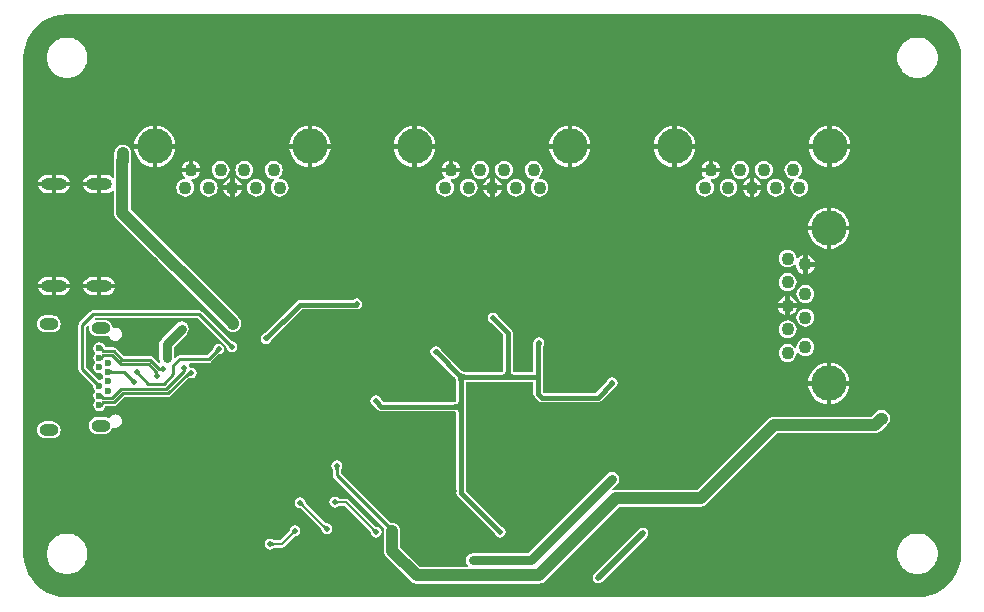
<source format=gbr>
%TF.GenerationSoftware,Altium Limited,Altium Designer,19.0.4 (130)*%
G04 Layer_Physical_Order=2*
G04 Layer_Color=16711680*
%FSLAX45Y45*%
%MOMM*%
%TF.FileFunction,Copper,L2,Bot,Signal*%
%TF.Part,Single*%
G01*
G75*
%TA.AperFunction,Conductor*%
%ADD10C,0.21946*%
%ADD31C,0.38100*%
%ADD32C,0.80000*%
%ADD33C,0.20320*%
%ADD34C,0.50800*%
%ADD35C,0.76200*%
%ADD36C,1.00000*%
%ADD37C,0.25400*%
%TA.AperFunction,ComponentPad*%
%ADD39O,1.60000X1.00000*%
%ADD40C,0.60000*%
%ADD41C,2.99999*%
%ADD42C,1.10000*%
%ADD43O,2.20000X1.00000*%
%TA.AperFunction,ViaPad*%
%ADD44C,0.50000*%
%ADD45C,1.27000*%
G36*
X7657810Y4964999D02*
X7714197Y4951462D01*
X7767772Y4929271D01*
X7817216Y4898971D01*
X7861311Y4861311D01*
X7898972Y4817215D01*
X7929271Y4767772D01*
X7951462Y4714197D01*
X7965000Y4657810D01*
X7969418Y4601669D01*
X7969086Y4600000D01*
Y400000D01*
X7969418Y398331D01*
X7965000Y342190D01*
X7951462Y285803D01*
X7929271Y232228D01*
X7898972Y182784D01*
X7861311Y138689D01*
X7817216Y101029D01*
X7767772Y70729D01*
X7714197Y48538D01*
X7657810Y35000D01*
X7601669Y30582D01*
X7600000Y30914D01*
X400000D01*
X398331Y30582D01*
X342190Y35000D01*
X285803Y48538D01*
X232228Y70729D01*
X182784Y101029D01*
X138689Y138689D01*
X101029Y182784D01*
X70729Y232228D01*
X48538Y285803D01*
X35000Y342190D01*
X30582Y398331D01*
X30914Y400000D01*
Y4600000D01*
X30582Y4601669D01*
X35000Y4657810D01*
X48538Y4714196D01*
X70729Y4767771D01*
X101028Y4817215D01*
X138689Y4861310D01*
X182784Y4898971D01*
X232228Y4929270D01*
X285803Y4951461D01*
X342189Y4964998D01*
X398331Y4969417D01*
X400000Y4969085D01*
X7600000Y4969086D01*
X7601669Y4969418D01*
X7657810Y4964999D01*
D02*
G37*
%LPC*%
G36*
X7614774Y4770718D02*
X7585226D01*
X7583225Y4770320D01*
X7581184D01*
X7552205Y4764555D01*
X7550319Y4763774D01*
X7548318Y4763376D01*
X7521020Y4752069D01*
X7519323Y4750935D01*
X7517438Y4750154D01*
X7492870Y4733739D01*
X7491428Y4732296D01*
X7489731Y4731162D01*
X7468837Y4710269D01*
X7467703Y4708571D01*
X7466261Y4707130D01*
X7449845Y4682562D01*
X7449065Y4680677D01*
X7447931Y4678980D01*
X7436623Y4651682D01*
X7436225Y4649680D01*
X7435444Y4647795D01*
X7429680Y4618816D01*
Y4616775D01*
X7429282Y4614774D01*
Y4585226D01*
X7429680Y4583225D01*
Y4581184D01*
X7435444Y4552205D01*
X7436225Y4550319D01*
X7436623Y4548318D01*
X7447931Y4521020D01*
X7449065Y4519323D01*
X7449845Y4517438D01*
X7466261Y4492870D01*
X7467704Y4491428D01*
X7468837Y4489731D01*
X7489731Y4468837D01*
X7491428Y4467703D01*
X7492870Y4466261D01*
X7517438Y4449845D01*
X7519323Y4449065D01*
X7521020Y4447931D01*
X7548318Y4436623D01*
X7550319Y4436225D01*
X7552205Y4435444D01*
X7581184Y4429680D01*
X7583225D01*
X7585226Y4429282D01*
X7614774D01*
X7616775Y4429680D01*
X7618816D01*
X7647795Y4435444D01*
X7649681Y4436225D01*
X7651682Y4436623D01*
X7678980Y4447931D01*
X7680677Y4449065D01*
X7682562Y4449845D01*
X7707130Y4466261D01*
X7708572Y4467704D01*
X7710269Y4468837D01*
X7731162Y4489730D01*
X7732297Y4491428D01*
X7733739Y4492870D01*
X7750154Y4517438D01*
X7750935Y4519323D01*
X7752069Y4521020D01*
X7763376Y4548318D01*
X7763774Y4550319D01*
X7764555Y4552205D01*
X7770320Y4581184D01*
Y4583225D01*
X7770718Y4585226D01*
Y4614774D01*
X7770320Y4616775D01*
Y4618816D01*
X7764555Y4647795D01*
X7763774Y4649681D01*
X7763376Y4651682D01*
X7752069Y4678980D01*
X7750935Y4680677D01*
X7750154Y4682562D01*
X7733739Y4707130D01*
X7732296Y4708572D01*
X7731162Y4710269D01*
X7710269Y4731162D01*
X7708572Y4732297D01*
X7707130Y4733739D01*
X7682562Y4750154D01*
X7680677Y4750935D01*
X7678980Y4752069D01*
X7651682Y4763376D01*
X7649681Y4763774D01*
X7647795Y4764555D01*
X7618816Y4770320D01*
X7616775D01*
X7614774Y4770718D01*
D02*
G37*
G36*
X414773Y4770717D02*
X385226D01*
X383225Y4770319D01*
X381183D01*
X352204Y4764555D01*
X350319Y4763774D01*
X348318Y4763376D01*
X321019Y4752068D01*
X319322Y4750935D01*
X317438Y4750154D01*
X292870Y4733738D01*
X291427Y4732296D01*
X289730Y4731162D01*
X268837Y4710269D01*
X267703Y4708571D01*
X266261Y4707129D01*
X249845Y4682561D01*
X249064Y4680676D01*
X247930Y4678979D01*
X236623Y4651681D01*
X236225Y4649680D01*
X235444Y4647794D01*
X229679Y4618815D01*
Y4616774D01*
X229281Y4614773D01*
Y4585226D01*
X229679Y4583224D01*
Y4581184D01*
X235444Y4552204D01*
X236225Y4550318D01*
X236623Y4548318D01*
X247930Y4521019D01*
X249064Y4519322D01*
X249845Y4517437D01*
X266261Y4492870D01*
X267703Y4491427D01*
X268837Y4489730D01*
X289730Y4468837D01*
X291428Y4467703D01*
X292870Y4466261D01*
X317438Y4449845D01*
X319322Y4449064D01*
X321019Y4447930D01*
X348318Y4436623D01*
X350319Y4436225D01*
X352204Y4435444D01*
X381184Y4429679D01*
X383224D01*
X385226Y4429281D01*
X414773D01*
X416774Y4429679D01*
X418815D01*
X447795Y4435444D01*
X449680Y4436225D01*
X451681Y4436623D01*
X478979Y4447930D01*
X480676Y4449064D01*
X482561Y4449845D01*
X507129Y4466261D01*
X508572Y4467703D01*
X510268Y4468837D01*
X531162Y4489730D01*
X532296Y4491428D01*
X533738Y4492870D01*
X550154Y4517437D01*
X550935Y4519322D01*
X552068Y4521019D01*
X563376Y4548318D01*
X563774Y4550319D01*
X564555Y4552204D01*
X570319Y4581184D01*
Y4583225D01*
X570717Y4585226D01*
Y4614773D01*
X570319Y4616774D01*
Y4618815D01*
X564555Y4647795D01*
X563774Y4649680D01*
X563376Y4651681D01*
X552068Y4678979D01*
X550935Y4680676D01*
X550154Y4682561D01*
X533738Y4707129D01*
X532296Y4708571D01*
X531162Y4710268D01*
X510269Y4731162D01*
X508571Y4732296D01*
X507129Y4733738D01*
X482561Y4750154D01*
X480676Y4750935D01*
X478979Y4752068D01*
X451681Y4763376D01*
X449680Y4763774D01*
X447795Y4764555D01*
X418815Y4770319D01*
X416774D01*
X414773Y4770717D01*
D02*
G37*
G36*
X6876049Y4024382D02*
Y3869060D01*
X7031371D01*
X7029861Y3884394D01*
X7019831Y3917457D01*
X7003544Y3947928D01*
X6981625Y3974636D01*
X6954917Y3996555D01*
X6924446Y4012842D01*
X6891383Y4022871D01*
X6876049Y4024382D01*
D02*
G37*
G36*
X5562052D02*
Y3869060D01*
X5717373D01*
X5715863Y3884394D01*
X5705833Y3917457D01*
X5689546Y3947928D01*
X5667627Y3974636D01*
X5640919Y3996555D01*
X5610449Y4012842D01*
X5577385Y4022871D01*
X5562052Y4024382D01*
D02*
G37*
G36*
X1162051D02*
Y3869060D01*
X1317373D01*
X1315863Y3884394D01*
X1305833Y3917457D01*
X1289546Y3947928D01*
X1267627Y3974636D01*
X1240919Y3996555D01*
X1210448Y4012842D01*
X1177385Y4022871D01*
X1162051Y4024382D01*
D02*
G37*
G36*
X2476049D02*
Y3869060D01*
X2631371D01*
X2629861Y3884394D01*
X2619831Y3917457D01*
X2603544Y3947928D01*
X2581625Y3974636D01*
X2554917Y3996555D01*
X2524446Y4012842D01*
X2491383Y4022871D01*
X2476049Y4024382D01*
D02*
G37*
G36*
X4676048D02*
Y3869060D01*
X4831371D01*
X4829861Y3884394D01*
X4819831Y3917457D01*
X4803544Y3947928D01*
X4781625Y3974636D01*
X4754917Y3996555D01*
X4724446Y4012842D01*
X4691383Y4022871D01*
X4676048Y4024382D01*
D02*
G37*
G36*
X3362050D02*
Y3869060D01*
X3517373D01*
X3515863Y3884394D01*
X3505833Y3917457D01*
X3489546Y3947928D01*
X3467627Y3974636D01*
X3440919Y3996555D01*
X3410448Y4012842D01*
X3377385Y4022871D01*
X3362050Y4024382D01*
D02*
G37*
G36*
X4637948D02*
X4622615Y4022871D01*
X4589551Y4012842D01*
X4559081Y3996555D01*
X4532372Y3974636D01*
X4510454Y3947928D01*
X4494167Y3917457D01*
X4484137Y3884394D01*
X4482627Y3869060D01*
X4637948D01*
Y4024382D01*
D02*
G37*
G36*
X3323950D02*
X3308617Y4022871D01*
X3275554Y4012842D01*
X3245083Y3996555D01*
X3218375Y3974636D01*
X3196456Y3947928D01*
X3180169Y3917457D01*
X3170139Y3884394D01*
X3168629Y3869060D01*
X3323950D01*
Y4024382D01*
D02*
G37*
G36*
X1123951D02*
X1108617Y4022871D01*
X1075554Y4012842D01*
X1045083Y3996555D01*
X1018375Y3974636D01*
X996456Y3947928D01*
X980169Y3917457D01*
X970139Y3884394D01*
X968629Y3869060D01*
X1123951D01*
Y4024382D01*
D02*
G37*
G36*
X2437949D02*
X2422615Y4022871D01*
X2389551Y4012842D01*
X2359081Y3996555D01*
X2332373Y3974636D01*
X2310454Y3947928D01*
X2294167Y3917457D01*
X2284137Y3884394D01*
X2282627Y3869060D01*
X2437949D01*
Y4024382D01*
D02*
G37*
G36*
X6837949D02*
X6822615Y4022871D01*
X6789552Y4012842D01*
X6759081Y3996555D01*
X6732373Y3974636D01*
X6710454Y3947928D01*
X6694167Y3917457D01*
X6684137Y3884394D01*
X6682627Y3869060D01*
X6837949D01*
Y4024382D01*
D02*
G37*
G36*
X5523952D02*
X5508617Y4022871D01*
X5475554Y4012842D01*
X5445083Y3996555D01*
X5418375Y3974636D01*
X5396456Y3947928D01*
X5380169Y3917457D01*
X5370139Y3884394D01*
X5368629Y3869060D01*
X5523952D01*
Y4024382D01*
D02*
G37*
G36*
X7031371Y3830960D02*
X6876049D01*
Y3675638D01*
X6891383Y3677148D01*
X6924446Y3687177D01*
X6954917Y3703465D01*
X6981625Y3725383D01*
X7003544Y3752091D01*
X7019831Y3782562D01*
X7029861Y3815625D01*
X7031371Y3830960D01*
D02*
G37*
G36*
X5717373D02*
X5562052D01*
Y3675638D01*
X5577385Y3677148D01*
X5610449Y3687177D01*
X5640919Y3703465D01*
X5667627Y3725383D01*
X5689546Y3752091D01*
X5705833Y3782562D01*
X5715863Y3815625D01*
X5717373Y3830960D01*
D02*
G37*
G36*
X4637948D02*
X4482627D01*
X4484137Y3815625D01*
X4494167Y3782562D01*
X4510454Y3752091D01*
X4532372Y3725383D01*
X4559081Y3703465D01*
X4589551Y3687177D01*
X4622615Y3677148D01*
X4637948Y3675638D01*
Y3830960D01*
D02*
G37*
G36*
X3323950D02*
X3168629D01*
X3170139Y3815625D01*
X3180169Y3782562D01*
X3196456Y3752091D01*
X3218375Y3725383D01*
X3245083Y3703465D01*
X3275554Y3687177D01*
X3308617Y3677148D01*
X3323950Y3675638D01*
Y3830960D01*
D02*
G37*
G36*
X2631371D02*
X2476049D01*
Y3675638D01*
X2491383Y3677148D01*
X2524446Y3687177D01*
X2554917Y3703465D01*
X2581625Y3725383D01*
X2603544Y3752091D01*
X2619831Y3782562D01*
X2629861Y3815625D01*
X2631371Y3830960D01*
D02*
G37*
G36*
X1317373D02*
X1162051D01*
Y3675638D01*
X1177385Y3677148D01*
X1210448Y3687177D01*
X1240919Y3703465D01*
X1267627Y3725383D01*
X1289546Y3752091D01*
X1305833Y3782562D01*
X1315863Y3815625D01*
X1317373Y3830960D01*
D02*
G37*
G36*
X2437949D02*
X2282627D01*
X2284137Y3815625D01*
X2294167Y3782562D01*
X2310454Y3752091D01*
X2332373Y3725383D01*
X2359081Y3703465D01*
X2389551Y3687177D01*
X2422615Y3677148D01*
X2437949Y3675638D01*
Y3830960D01*
D02*
G37*
G36*
X1123951D02*
X968629D01*
X970139Y3815625D01*
X980169Y3782562D01*
X996456Y3752091D01*
X1018375Y3725383D01*
X1045083Y3703465D01*
X1075554Y3687177D01*
X1108617Y3677148D01*
X1123951Y3675638D01*
Y3830960D01*
D02*
G37*
G36*
X4831371D02*
X4676048D01*
Y3675638D01*
X4691383Y3677148D01*
X4724446Y3687177D01*
X4754917Y3703465D01*
X4781625Y3725383D01*
X4803544Y3752091D01*
X4819831Y3782562D01*
X4829861Y3815625D01*
X4831371Y3830960D01*
D02*
G37*
G36*
X3517373D02*
X3362050D01*
Y3675638D01*
X3377385Y3677148D01*
X3410448Y3687177D01*
X3440919Y3703465D01*
X3467627Y3725383D01*
X3489546Y3752091D01*
X3505833Y3782562D01*
X3515863Y3815625D01*
X3517373Y3830960D01*
D02*
G37*
G36*
X6837949D02*
X6682627D01*
X6684137Y3815625D01*
X6694167Y3782562D01*
X6710454Y3752091D01*
X6732373Y3725383D01*
X6759081Y3703465D01*
X6789552Y3687177D01*
X6822615Y3677148D01*
X6837949Y3675638D01*
Y3830960D01*
D02*
G37*
G36*
X5523952D02*
X5368629D01*
X5370139Y3815625D01*
X5380169Y3782562D01*
X5396456Y3752091D01*
X5418375Y3725383D01*
X5445083Y3703465D01*
X5475554Y3687177D01*
X5508617Y3677148D01*
X5523952Y3675638D01*
Y3830960D01*
D02*
G37*
G36*
X3669064Y3728598D02*
Y3669064D01*
X3728599D01*
X3728344Y3671001D01*
X3720242Y3690559D01*
X3707355Y3707354D01*
X3690560Y3720241D01*
X3671002Y3728343D01*
X3669064Y3728598D01*
D02*
G37*
G36*
X5869063D02*
Y3669064D01*
X5928599D01*
X5928344Y3671001D01*
X5920242Y3690559D01*
X5907355Y3707354D01*
X5890560Y3720241D01*
X5871002Y3728343D01*
X5869063Y3728598D01*
D02*
G37*
G36*
X1469062D02*
Y3669064D01*
X1528599D01*
X1528344Y3671001D01*
X1520242Y3690559D01*
X1507355Y3707354D01*
X1490560Y3720241D01*
X1471002Y3728343D01*
X1469062Y3728598D01*
D02*
G37*
G36*
X1430962Y3728598D02*
X1429025Y3728343D01*
X1409467Y3720241D01*
X1392672Y3707354D01*
X1379784Y3690559D01*
X1371683Y3671001D01*
X1371428Y3669064D01*
X1430962D01*
Y3728598D01*
D02*
G37*
G36*
X5830963Y3728598D02*
X5829025Y3728343D01*
X5809467Y3720241D01*
X5792672Y3707354D01*
X5779784Y3690559D01*
X5771683Y3671001D01*
X5771428Y3669064D01*
X5830963D01*
Y3728598D01*
D02*
G37*
G36*
X3630964D02*
X3629025Y3728343D01*
X3609466Y3720241D01*
X3592672Y3707354D01*
X3579784Y3690559D01*
X3571683Y3671001D01*
X3571428Y3669064D01*
X3630964D01*
Y3728598D01*
D02*
G37*
G36*
X870000Y3863927D02*
X851643Y3861510D01*
X834537Y3854424D01*
X819847Y3843153D01*
X808576Y3828463D01*
X801490Y3811357D01*
X799073Y3793000D01*
Y3732596D01*
X798073Y3725000D01*
Y3589311D01*
X785373Y3585000D01*
X784774Y3585781D01*
X769023Y3597867D01*
X750681Y3605465D01*
X730998Y3608056D01*
X690048D01*
Y3532006D01*
Y3455955D01*
X730998D01*
X750681Y3458546D01*
X769023Y3466144D01*
X784774Y3478230D01*
X785373Y3479011D01*
X798073Y3474700D01*
Y3286000D01*
X800490Y3267643D01*
X807576Y3250536D01*
X818847Y3235847D01*
X1744954Y2309740D01*
X1754847Y2296847D01*
X1769537Y2285576D01*
X1786643Y2278490D01*
X1805000Y2276073D01*
X1823357Y2278490D01*
X1840463Y2285576D01*
X1855153Y2296847D01*
X1866424Y2311537D01*
X1873510Y2328643D01*
X1875927Y2347000D01*
Y2350000D01*
X1873510Y2368357D01*
X1866424Y2385463D01*
X1855153Y2400153D01*
X939927Y3315379D01*
Y3718404D01*
X940927Y3726000D01*
Y3793000D01*
X938510Y3811357D01*
X931424Y3828463D01*
X920153Y3843153D01*
X905463Y3854424D01*
X888357Y3861510D01*
X870000Y3863927D01*
D02*
G37*
G36*
X6300000Y3725982D02*
X6280337Y3723394D01*
X6262015Y3715804D01*
X6246281Y3703731D01*
X6234208Y3687997D01*
X6226618Y3669675D01*
X6224030Y3650013D01*
X6226618Y3630350D01*
X6234208Y3612028D01*
X6246281Y3596294D01*
X6262015Y3584221D01*
X6280337Y3576631D01*
X6300000Y3574043D01*
X6319662Y3576631D01*
X6337985Y3584221D01*
X6353719Y3596294D01*
X6365792Y3612028D01*
X6373381Y3630350D01*
X6375970Y3650013D01*
X6373381Y3669675D01*
X6365792Y3687997D01*
X6353719Y3703731D01*
X6337985Y3715804D01*
X6319662Y3723394D01*
X6300000Y3725982D01*
D02*
G37*
G36*
X6100000D02*
X6080338Y3723394D01*
X6062015Y3715804D01*
X6046282Y3703731D01*
X6034208Y3687997D01*
X6026619Y3669675D01*
X6024030Y3650013D01*
X6026619Y3630350D01*
X6034208Y3612028D01*
X6046282Y3596294D01*
X6062015Y3584221D01*
X6080338Y3576631D01*
X6100000Y3574043D01*
X6119663Y3576631D01*
X6137985Y3584221D01*
X6153719Y3596294D01*
X6165792Y3612028D01*
X6173382Y3630350D01*
X6175970Y3650013D01*
X6173382Y3669675D01*
X6165792Y3687997D01*
X6153719Y3703731D01*
X6137985Y3715804D01*
X6119663Y3723394D01*
X6100000Y3725982D01*
D02*
G37*
G36*
X4100000D02*
X4080337Y3723394D01*
X4062015Y3715804D01*
X4046281Y3703731D01*
X4034208Y3687997D01*
X4026618Y3669675D01*
X4024030Y3650013D01*
X4026618Y3630350D01*
X4034208Y3612028D01*
X4046281Y3596294D01*
X4062015Y3584221D01*
X4080337Y3576631D01*
X4100000Y3574043D01*
X4119662Y3576631D01*
X4137985Y3584221D01*
X4153718Y3596294D01*
X4165792Y3612028D01*
X4173381Y3630350D01*
X4175970Y3650013D01*
X4173381Y3669675D01*
X4165792Y3687997D01*
X4153718Y3703731D01*
X4137985Y3715804D01*
X4119662Y3723394D01*
X4100000Y3725982D01*
D02*
G37*
G36*
X3900000D02*
X3880338Y3723394D01*
X3862015Y3715804D01*
X3846281Y3703731D01*
X3834208Y3687997D01*
X3826619Y3669675D01*
X3824030Y3650013D01*
X3826619Y3630350D01*
X3834208Y3612028D01*
X3846281Y3596294D01*
X3862015Y3584221D01*
X3880338Y3576631D01*
X3900000Y3574043D01*
X3919662Y3576631D01*
X3937985Y3584221D01*
X3953719Y3596294D01*
X3965792Y3612028D01*
X3973381Y3630350D01*
X3975970Y3650013D01*
X3973381Y3669675D01*
X3965792Y3687997D01*
X3953719Y3703731D01*
X3937985Y3715804D01*
X3919662Y3723394D01*
X3900000Y3725982D01*
D02*
G37*
G36*
X1900000D02*
X1880337Y3723394D01*
X1862015Y3715804D01*
X1846281Y3703731D01*
X1834208Y3687997D01*
X1826618Y3669675D01*
X1824030Y3650013D01*
X1826618Y3630350D01*
X1834208Y3612028D01*
X1846281Y3596294D01*
X1862015Y3584221D01*
X1880337Y3576631D01*
X1900000Y3574043D01*
X1919662Y3576631D01*
X1937985Y3584221D01*
X1953718Y3596294D01*
X1965792Y3612028D01*
X1973381Y3630350D01*
X1975970Y3650013D01*
X1973381Y3669675D01*
X1965792Y3687997D01*
X1953718Y3703731D01*
X1937985Y3715804D01*
X1919662Y3723394D01*
X1900000Y3725982D01*
D02*
G37*
G36*
X1700000D02*
X1680338Y3723394D01*
X1662015Y3715804D01*
X1646281Y3703731D01*
X1634208Y3687997D01*
X1626619Y3669675D01*
X1624030Y3650013D01*
X1626619Y3630350D01*
X1634208Y3612028D01*
X1646281Y3596294D01*
X1662015Y3584221D01*
X1680338Y3576631D01*
X1700000Y3574043D01*
X1719663Y3576631D01*
X1737985Y3584221D01*
X1753719Y3596294D01*
X1765792Y3612028D01*
X1773382Y3630350D01*
X1775970Y3650013D01*
X1773382Y3669675D01*
X1765792Y3687997D01*
X1753719Y3703731D01*
X1737985Y3715804D01*
X1719663Y3723394D01*
X1700000Y3725982D01*
D02*
G37*
G36*
X651948Y3608056D02*
X610998D01*
X591315Y3605465D01*
X572973Y3597867D01*
X557222Y3585781D01*
X545136Y3570031D01*
X537539Y3551689D01*
X537455Y3551056D01*
X651948D01*
Y3608056D01*
D02*
G37*
G36*
X349007D02*
X308057D01*
Y3551056D01*
X422550D01*
X422467Y3551689D01*
X414869Y3570031D01*
X402783Y3585781D01*
X387032Y3597867D01*
X368691Y3605465D01*
X349007Y3608056D01*
D02*
G37*
G36*
X269957D02*
X229007D01*
X209324Y3605465D01*
X190982Y3597867D01*
X175232Y3585781D01*
X163146Y3570031D01*
X155548Y3551689D01*
X155465Y3551056D01*
X269957D01*
Y3608056D01*
D02*
G37*
G36*
X1819051Y3578585D02*
Y3519051D01*
X1878585D01*
X1878330Y3520989D01*
X1870229Y3540547D01*
X1857342Y3557342D01*
X1840547Y3570229D01*
X1820988Y3578330D01*
X1819051Y3578585D01*
D02*
G37*
G36*
X4019050Y3578586D02*
Y3519051D01*
X4078585D01*
X4078330Y3520989D01*
X4070229Y3540547D01*
X4057342Y3557342D01*
X4040547Y3570229D01*
X4020988Y3578330D01*
X4019050Y3578586D01*
D02*
G37*
G36*
X6219050D02*
Y3519051D01*
X6278585D01*
X6278330Y3520989D01*
X6270229Y3540547D01*
X6257342Y3557342D01*
X6240547Y3570229D01*
X6220989Y3578330D01*
X6219050Y3578586D01*
D02*
G37*
G36*
X6180950D02*
X6179012Y3578330D01*
X6159453Y3570229D01*
X6142658Y3557342D01*
X6129771Y3540547D01*
X6121670Y3520989D01*
X6121415Y3519051D01*
X6180950D01*
Y3578586D01*
D02*
G37*
G36*
X3980950D02*
X3979011Y3578330D01*
X3959453Y3570229D01*
X3942658Y3557342D01*
X3929771Y3540547D01*
X3921670Y3520989D01*
X3921415Y3519051D01*
X3980950D01*
Y3578586D01*
D02*
G37*
G36*
X1780951D02*
X1779011Y3578330D01*
X1759453Y3570229D01*
X1742658Y3557342D01*
X1729771Y3540547D01*
X1721670Y3520989D01*
X1721415Y3519051D01*
X1780951D01*
Y3578586D01*
D02*
G37*
G36*
X651948Y3512956D02*
X537455D01*
X537539Y3512322D01*
X545136Y3493980D01*
X557222Y3478230D01*
X572973Y3466144D01*
X591315Y3458546D01*
X610998Y3455955D01*
X651948D01*
Y3512956D01*
D02*
G37*
G36*
X422550D02*
X308057D01*
Y3455955D01*
X349007D01*
X368691Y3458546D01*
X387032Y3466144D01*
X402783Y3478230D01*
X414869Y3493980D01*
X422467Y3512322D01*
X422550Y3512956D01*
D02*
G37*
G36*
X269957D02*
X155465D01*
X155548Y3512322D01*
X163146Y3493980D01*
X175232Y3478230D01*
X190982Y3466144D01*
X209324Y3458546D01*
X229007Y3455955D01*
X269957D01*
Y3512956D01*
D02*
G37*
G36*
X6549987Y3725982D02*
X6530324Y3723394D01*
X6512002Y3715804D01*
X6496268Y3703731D01*
X6484195Y3687997D01*
X6476605Y3669675D01*
X6474017Y3650013D01*
X6476605Y3630350D01*
X6484195Y3612028D01*
X6496268Y3596294D01*
X6512002Y3584221D01*
X6530324Y3576631D01*
X6549987Y3574043D01*
X6552302Y3574347D01*
X6557334Y3562200D01*
X6546281Y3553719D01*
X6534207Y3537985D01*
X6526618Y3519663D01*
X6524029Y3500000D01*
X6526618Y3480338D01*
X6534207Y3462015D01*
X6546281Y3446281D01*
X6562014Y3434208D01*
X6580337Y3426619D01*
X6599999Y3424030D01*
X6619662Y3426619D01*
X6637984Y3434208D01*
X6653718Y3446281D01*
X6665791Y3462015D01*
X6673381Y3480338D01*
X6675969Y3500000D01*
X6673381Y3519663D01*
X6665791Y3537985D01*
X6653718Y3553719D01*
X6637984Y3565792D01*
X6619662Y3573381D01*
X6599999Y3575970D01*
X6597684Y3575665D01*
X6592652Y3587812D01*
X6603705Y3596294D01*
X6615778Y3612028D01*
X6623368Y3630350D01*
X6625957Y3650013D01*
X6623368Y3669675D01*
X6615778Y3687997D01*
X6603705Y3703731D01*
X6587972Y3715804D01*
X6569649Y3723394D01*
X6549987Y3725982D01*
D02*
G37*
G36*
X6400000Y3575970D02*
X6380337Y3573381D01*
X6362015Y3565792D01*
X6346281Y3553719D01*
X6334208Y3537985D01*
X6326618Y3519663D01*
X6324030Y3500000D01*
X6326618Y3480338D01*
X6334208Y3462015D01*
X6346281Y3446281D01*
X6362015Y3434208D01*
X6380337Y3426619D01*
X6400000Y3424030D01*
X6419662Y3426619D01*
X6437985Y3434208D01*
X6453718Y3446281D01*
X6465791Y3462015D01*
X6473381Y3480338D01*
X6475970Y3500000D01*
X6473381Y3519663D01*
X6465791Y3537985D01*
X6453718Y3553719D01*
X6437985Y3565792D01*
X6419662Y3573381D01*
X6400000Y3575970D01*
D02*
G37*
G36*
X6000000D02*
X5980338Y3573381D01*
X5962016Y3565792D01*
X5946282Y3553719D01*
X5934209Y3537985D01*
X5926619Y3519663D01*
X5924031Y3500000D01*
X5926619Y3480338D01*
X5934209Y3462015D01*
X5946282Y3446281D01*
X5962016Y3434208D01*
X5980338Y3426619D01*
X6000000Y3424030D01*
X6019663Y3426619D01*
X6037985Y3434208D01*
X6053719Y3446281D01*
X6065792Y3462015D01*
X6073382Y3480338D01*
X6075970Y3500000D01*
X6073382Y3519663D01*
X6065792Y3537985D01*
X6053719Y3553719D01*
X6037985Y3565792D01*
X6019663Y3573381D01*
X6000000Y3575970D01*
D02*
G37*
G36*
X5928599Y3630964D02*
X5850013D01*
X5771428D01*
X5771683Y3629024D01*
X5779784Y3609466D01*
X5792672Y3592671D01*
X5798073Y3588526D01*
X5794515Y3575248D01*
X5780338Y3573381D01*
X5762016Y3565792D01*
X5746282Y3553719D01*
X5734209Y3537985D01*
X5726619Y3519663D01*
X5724031Y3500000D01*
X5726619Y3480338D01*
X5734209Y3462015D01*
X5746282Y3446281D01*
X5762016Y3434208D01*
X5780338Y3426619D01*
X5800001Y3424030D01*
X5819663Y3426619D01*
X5837986Y3434208D01*
X5853720Y3446281D01*
X5865793Y3462015D01*
X5873382Y3480338D01*
X5875971Y3500000D01*
X5873382Y3519663D01*
X5865793Y3537985D01*
X5853720Y3553719D01*
X5849812Y3556718D01*
X5849825Y3557530D01*
X5854076Y3569454D01*
X5871002Y3571682D01*
X5890560Y3579784D01*
X5907355Y3592671D01*
X5920242Y3609466D01*
X5928344Y3629024D01*
X5928599Y3630964D01*
D02*
G37*
G36*
X4349986Y3725982D02*
X4330324Y3723394D01*
X4312002Y3715804D01*
X4296268Y3703731D01*
X4284195Y3687997D01*
X4276605Y3669675D01*
X4274017Y3650013D01*
X4276605Y3630350D01*
X4284195Y3612028D01*
X4296268Y3596294D01*
X4312002Y3584221D01*
X4330324Y3576631D01*
X4349986Y3574043D01*
X4352302Y3574347D01*
X4357333Y3562200D01*
X4346280Y3553719D01*
X4334207Y3537985D01*
X4326618Y3519663D01*
X4324029Y3500000D01*
X4326618Y3480338D01*
X4334207Y3462015D01*
X4346280Y3446281D01*
X4362014Y3434208D01*
X4380337Y3426619D01*
X4399999Y3424030D01*
X4419661Y3426619D01*
X4437984Y3434208D01*
X4453718Y3446281D01*
X4465791Y3462015D01*
X4473380Y3480338D01*
X4475969Y3500000D01*
X4473380Y3519663D01*
X4465791Y3537985D01*
X4453718Y3553719D01*
X4437984Y3565792D01*
X4419661Y3573381D01*
X4399999Y3575970D01*
X4397684Y3575665D01*
X4392652Y3587812D01*
X4403705Y3596294D01*
X4415778Y3612028D01*
X4423368Y3630350D01*
X4425956Y3650013D01*
X4423368Y3669675D01*
X4415778Y3687997D01*
X4403705Y3703731D01*
X4387971Y3715804D01*
X4369649Y3723394D01*
X4349986Y3725982D01*
D02*
G37*
G36*
X4199999Y3575970D02*
X4180337Y3573381D01*
X4162015Y3565792D01*
X4146281Y3553719D01*
X4134208Y3537985D01*
X4126618Y3519663D01*
X4124030Y3500000D01*
X4126618Y3480338D01*
X4134208Y3462015D01*
X4146281Y3446281D01*
X4162015Y3434208D01*
X4180337Y3426619D01*
X4199999Y3424030D01*
X4219662Y3426619D01*
X4237984Y3434208D01*
X4253718Y3446281D01*
X4265791Y3462015D01*
X4273381Y3480338D01*
X4275969Y3500000D01*
X4273381Y3519663D01*
X4265791Y3537985D01*
X4253718Y3553719D01*
X4237984Y3565792D01*
X4219662Y3573381D01*
X4199999Y3575970D01*
D02*
G37*
G36*
X3800000D02*
X3780338Y3573381D01*
X3762015Y3565792D01*
X3746282Y3553719D01*
X3734208Y3537985D01*
X3726619Y3519663D01*
X3724030Y3500000D01*
X3726619Y3480338D01*
X3734208Y3462015D01*
X3746282Y3446281D01*
X3762015Y3434208D01*
X3780338Y3426619D01*
X3800000Y3424030D01*
X3819663Y3426619D01*
X3837985Y3434208D01*
X3853719Y3446281D01*
X3865792Y3462015D01*
X3873382Y3480338D01*
X3875970Y3500000D01*
X3873382Y3519663D01*
X3865792Y3537985D01*
X3853719Y3553719D01*
X3837985Y3565792D01*
X3819663Y3573381D01*
X3800000Y3575970D01*
D02*
G37*
G36*
X3728599Y3630964D02*
X3650014D01*
X3571428D01*
X3571683Y3629024D01*
X3579784Y3609466D01*
X3592672Y3592671D01*
X3598073Y3588526D01*
X3594515Y3575248D01*
X3580338Y3573381D01*
X3562016Y3565792D01*
X3546282Y3553719D01*
X3534209Y3537985D01*
X3526619Y3519663D01*
X3524031Y3500000D01*
X3526619Y3480338D01*
X3534209Y3462015D01*
X3546282Y3446281D01*
X3562016Y3434208D01*
X3580338Y3426619D01*
X3600001Y3424030D01*
X3619663Y3426619D01*
X3637986Y3434208D01*
X3653719Y3446281D01*
X3665793Y3462015D01*
X3673382Y3480338D01*
X3675971Y3500000D01*
X3673382Y3519663D01*
X3665793Y3537985D01*
X3653719Y3553719D01*
X3649811Y3556718D01*
X3649825Y3557530D01*
X3654075Y3569454D01*
X3671002Y3571682D01*
X3690560Y3579784D01*
X3707355Y3592671D01*
X3720242Y3609466D01*
X3728344Y3629024D01*
X3728599Y3630964D01*
D02*
G37*
G36*
X2149987Y3725982D02*
X2130324Y3723394D01*
X2112002Y3715804D01*
X2096268Y3703731D01*
X2084195Y3687997D01*
X2076605Y3669675D01*
X2074017Y3650013D01*
X2076605Y3630350D01*
X2084195Y3612028D01*
X2096268Y3596294D01*
X2112002Y3584221D01*
X2130324Y3576631D01*
X2149987Y3574043D01*
X2152302Y3574347D01*
X2157334Y3562200D01*
X2146280Y3553719D01*
X2134207Y3537985D01*
X2126618Y3519663D01*
X2124029Y3500000D01*
X2126618Y3480338D01*
X2134207Y3462015D01*
X2146280Y3446281D01*
X2162014Y3434208D01*
X2180337Y3426619D01*
X2199999Y3424030D01*
X2219662Y3426619D01*
X2237984Y3434208D01*
X2253718Y3446281D01*
X2265791Y3462015D01*
X2273381Y3480338D01*
X2275969Y3500000D01*
X2273381Y3519663D01*
X2265791Y3537985D01*
X2253718Y3553719D01*
X2237984Y3565792D01*
X2219662Y3573381D01*
X2199999Y3575970D01*
X2197684Y3575665D01*
X2192652Y3587812D01*
X2203705Y3596294D01*
X2215778Y3612028D01*
X2223368Y3630350D01*
X2225956Y3650013D01*
X2223368Y3669675D01*
X2215778Y3687997D01*
X2203705Y3703731D01*
X2187971Y3715804D01*
X2169649Y3723394D01*
X2149987Y3725982D01*
D02*
G37*
G36*
X2000000Y3575970D02*
X1980337Y3573381D01*
X1962015Y3565792D01*
X1946281Y3553719D01*
X1934208Y3537985D01*
X1926618Y3519663D01*
X1924030Y3500000D01*
X1926618Y3480338D01*
X1934208Y3462015D01*
X1946281Y3446281D01*
X1962015Y3434208D01*
X1980337Y3426619D01*
X2000000Y3424030D01*
X2019662Y3426619D01*
X2037984Y3434208D01*
X2053718Y3446281D01*
X2065791Y3462015D01*
X2073381Y3480338D01*
X2075969Y3500000D01*
X2073381Y3519663D01*
X2065791Y3537985D01*
X2053718Y3553719D01*
X2037984Y3565792D01*
X2019662Y3573381D01*
X2000000Y3575970D01*
D02*
G37*
G36*
X1600000D02*
X1580338Y3573381D01*
X1562015Y3565792D01*
X1546282Y3553719D01*
X1534209Y3537985D01*
X1526619Y3519663D01*
X1524030Y3500000D01*
X1526619Y3480338D01*
X1534209Y3462015D01*
X1546282Y3446281D01*
X1562015Y3434208D01*
X1580338Y3426619D01*
X1600000Y3424030D01*
X1619663Y3426619D01*
X1637985Y3434208D01*
X1653719Y3446281D01*
X1665792Y3462015D01*
X1673382Y3480338D01*
X1675970Y3500000D01*
X1673382Y3519663D01*
X1665792Y3537985D01*
X1653719Y3553719D01*
X1637985Y3565792D01*
X1619663Y3573381D01*
X1600000Y3575970D01*
D02*
G37*
G36*
X1528599Y3630964D02*
X1450012D01*
X1371428D01*
X1371683Y3629024D01*
X1379784Y3609466D01*
X1392672Y3592671D01*
X1398073Y3588526D01*
X1394515Y3575248D01*
X1380338Y3573381D01*
X1362016Y3565792D01*
X1346282Y3553719D01*
X1334209Y3537985D01*
X1326619Y3519663D01*
X1324031Y3500000D01*
X1326619Y3480338D01*
X1334209Y3462015D01*
X1346282Y3446281D01*
X1362016Y3434208D01*
X1380338Y3426619D01*
X1400001Y3424030D01*
X1419663Y3426619D01*
X1437986Y3434208D01*
X1453719Y3446281D01*
X1465793Y3462015D01*
X1473382Y3480338D01*
X1475971Y3500000D01*
X1473382Y3519663D01*
X1465793Y3537985D01*
X1453719Y3553719D01*
X1449811Y3556718D01*
X1449825Y3557530D01*
X1454076Y3569454D01*
X1471002Y3571682D01*
X1490560Y3579784D01*
X1507355Y3592671D01*
X1520242Y3609466D01*
X1528344Y3629024D01*
X1528599Y3630964D01*
D02*
G37*
G36*
X1878586Y3480951D02*
X1819051D01*
Y3421415D01*
X1820988Y3421670D01*
X1840547Y3429771D01*
X1857342Y3442658D01*
X1870229Y3459453D01*
X1878330Y3479012D01*
X1878586Y3480951D01*
D02*
G37*
G36*
X4078585D02*
X4019050D01*
Y3421415D01*
X4020988Y3421670D01*
X4040547Y3429771D01*
X4057342Y3442658D01*
X4070229Y3459453D01*
X4078330Y3479012D01*
X4078585Y3480951D01*
D02*
G37*
G36*
X6180950D02*
X6121414D01*
X6121670Y3479012D01*
X6129771Y3459453D01*
X6142658Y3442658D01*
X6159453Y3429771D01*
X6179012Y3421670D01*
X6180950Y3421415D01*
Y3480951D01*
D02*
G37*
G36*
X6278586D02*
X6219050D01*
Y3421415D01*
X6220989Y3421670D01*
X6240547Y3429771D01*
X6257342Y3442658D01*
X6270229Y3459453D01*
X6278330Y3479012D01*
X6278586Y3480951D01*
D02*
G37*
G36*
X3980950D02*
X3921414D01*
X3921670Y3479012D01*
X3929771Y3459453D01*
X3942658Y3442658D01*
X3959453Y3429771D01*
X3979011Y3421670D01*
X3980950Y3421415D01*
Y3480951D01*
D02*
G37*
G36*
X1780951D02*
X1721414D01*
X1721670Y3479012D01*
X1729771Y3459453D01*
X1742658Y3442658D01*
X1759453Y3429771D01*
X1779011Y3421670D01*
X1780951Y3421415D01*
Y3480951D01*
D02*
G37*
G36*
X6869059Y3331371D02*
Y3176049D01*
X7024381D01*
X7022871Y3191383D01*
X7012842Y3224446D01*
X6996554Y3254917D01*
X6974636Y3281625D01*
X6947928Y3303544D01*
X6917457Y3319831D01*
X6884394Y3329861D01*
X6869059Y3331371D01*
D02*
G37*
G36*
X6830959D02*
X6815625Y3329861D01*
X6782562Y3319831D01*
X6752091Y3303544D01*
X6725383Y3281625D01*
X6703464Y3254917D01*
X6687177Y3224446D01*
X6677148Y3191383D01*
X6675637Y3176049D01*
X6830959D01*
Y3331371D01*
D02*
G37*
G36*
Y3137949D02*
X6675637D01*
X6677148Y3122615D01*
X6687177Y3089552D01*
X6703464Y3059081D01*
X6725383Y3032373D01*
X6752091Y3010454D01*
X6782562Y2994167D01*
X6815625Y2984137D01*
X6830959Y2982627D01*
Y3137949D01*
D02*
G37*
G36*
X7024381D02*
X6869059D01*
Y2982627D01*
X6884394Y2984137D01*
X6917457Y2994167D01*
X6947928Y3010454D01*
X6974636Y3032373D01*
X6996554Y3059081D01*
X7012842Y3089552D01*
X7022871Y3122615D01*
X7024381Y3137949D01*
D02*
G37*
G36*
X6669062Y2928572D02*
Y2869036D01*
X6728598D01*
X6728343Y2870975D01*
X6720241Y2890533D01*
X6707354Y2907328D01*
X6690559Y2920216D01*
X6671001Y2928317D01*
X6669062Y2928572D01*
D02*
G37*
G36*
X6500000Y2975969D02*
X6480338Y2973381D01*
X6462015Y2965791D01*
X6446281Y2953718D01*
X6434208Y2937984D01*
X6426619Y2919662D01*
X6424030Y2899999D01*
X6426619Y2880337D01*
X6434208Y2862014D01*
X6446281Y2846281D01*
X6462015Y2834207D01*
X6480338Y2826618D01*
X6500000Y2824029D01*
X6519662Y2826618D01*
X6537985Y2834207D01*
X6553719Y2846281D01*
X6556717Y2850189D01*
X6557529Y2850175D01*
X6569454Y2845924D01*
X6571682Y2828998D01*
X6579783Y2809440D01*
X6592671Y2792645D01*
X6609466Y2779758D01*
X6629024Y2771656D01*
X6630962Y2771401D01*
Y2849986D01*
Y2928572D01*
X6629024Y2928317D01*
X6609466Y2920216D01*
X6592671Y2907328D01*
X6588526Y2901927D01*
X6575248Y2905485D01*
X6573381Y2919662D01*
X6565792Y2937984D01*
X6553719Y2953718D01*
X6537985Y2965791D01*
X6519662Y2973381D01*
X6500000Y2975969D01*
D02*
G37*
G36*
X6728598Y2830936D02*
X6669062D01*
Y2771401D01*
X6671001Y2771656D01*
X6690559Y2779758D01*
X6707354Y2792645D01*
X6720241Y2809440D01*
X6728343Y2828998D01*
X6728598Y2830936D01*
D02*
G37*
G36*
X730993Y2744045D02*
X690043D01*
Y2687044D01*
X804535D01*
X804452Y2687678D01*
X796854Y2706019D01*
X784769Y2721770D01*
X769018Y2733856D01*
X750676Y2741453D01*
X730993Y2744045D01*
D02*
G37*
G36*
X651943D02*
X610993D01*
X591309Y2741453D01*
X572968Y2733856D01*
X557217Y2721770D01*
X545131Y2706019D01*
X537534Y2687678D01*
X537450Y2687044D01*
X651943D01*
Y2744045D01*
D02*
G37*
G36*
X349002D02*
X308052D01*
Y2687044D01*
X422545D01*
X422461Y2687678D01*
X414864Y2706019D01*
X402778Y2721770D01*
X387027Y2733856D01*
X368686Y2741453D01*
X349002Y2744045D01*
D02*
G37*
G36*
X269952D02*
X229002D01*
X209319Y2741453D01*
X190977Y2733856D01*
X175226Y2721770D01*
X163141Y2706019D01*
X155543Y2687678D01*
X155460Y2687044D01*
X269952D01*
Y2744045D01*
D02*
G37*
G36*
X6500000Y2775970D02*
X6480338Y2773381D01*
X6462015Y2765792D01*
X6446281Y2753718D01*
X6434208Y2737985D01*
X6426619Y2719662D01*
X6424030Y2700000D01*
X6426619Y2680337D01*
X6434208Y2662015D01*
X6446281Y2646281D01*
X6462015Y2634208D01*
X6480338Y2626618D01*
X6500000Y2624030D01*
X6519662Y2626618D01*
X6537985Y2634208D01*
X6553719Y2646281D01*
X6565792Y2662015D01*
X6573381Y2680337D01*
X6575970Y2700000D01*
X6573381Y2719662D01*
X6565792Y2737985D01*
X6553719Y2753718D01*
X6537985Y2765792D01*
X6519662Y2773381D01*
X6500000Y2775970D01*
D02*
G37*
G36*
X804535Y2648944D02*
X690043D01*
Y2591944D01*
X730993D01*
X750676Y2594535D01*
X769018Y2602132D01*
X784769Y2614218D01*
X796854Y2629969D01*
X804452Y2648311D01*
X804535Y2648944D01*
D02*
G37*
G36*
X651943D02*
X537450D01*
X537534Y2648311D01*
X545131Y2629969D01*
X557217Y2614218D01*
X572968Y2602132D01*
X591309Y2594535D01*
X610993Y2591944D01*
X651943D01*
Y2648944D01*
D02*
G37*
G36*
X422545D02*
X308052D01*
Y2591944D01*
X349002D01*
X368686Y2594535D01*
X387027Y2602132D01*
X402778Y2614218D01*
X414864Y2629969D01*
X422461Y2648311D01*
X422545Y2648944D01*
D02*
G37*
G36*
X269952D02*
X155460D01*
X155543Y2648311D01*
X163141Y2629969D01*
X175226Y2614218D01*
X190977Y2602132D01*
X209319Y2594535D01*
X229002Y2591944D01*
X269952D01*
Y2648944D01*
D02*
G37*
G36*
X6650012Y2675970D02*
X6630350Y2673381D01*
X6612027Y2665792D01*
X6596294Y2653719D01*
X6584221Y2637985D01*
X6576631Y2619662D01*
X6574042Y2600000D01*
X6576631Y2580337D01*
X6584221Y2562015D01*
X6596294Y2546281D01*
X6612027Y2534208D01*
X6630350Y2526619D01*
X6650012Y2524030D01*
X6669675Y2526619D01*
X6687997Y2534208D01*
X6703731Y2546281D01*
X6715804Y2562015D01*
X6723394Y2580337D01*
X6725982Y2600000D01*
X6723394Y2619662D01*
X6715804Y2637985D01*
X6703731Y2653719D01*
X6687997Y2665792D01*
X6669675Y2673381D01*
X6650012Y2675970D01*
D02*
G37*
G36*
X6519051Y2578585D02*
Y2519050D01*
X6578586D01*
X6578330Y2520989D01*
X6570229Y2540547D01*
X6557342Y2557342D01*
X6540547Y2570229D01*
X6520988Y2578330D01*
X6519051Y2578585D01*
D02*
G37*
G36*
X6480951Y2578586D02*
X6479011Y2578330D01*
X6459453Y2570229D01*
X6442658Y2557342D01*
X6429771Y2540547D01*
X6421670Y2520989D01*
X6421414Y2519050D01*
X6480951D01*
Y2578586D01*
D02*
G37*
G36*
X2851000Y2562208D02*
X2833317Y2558691D01*
X2820184Y2549915D01*
X2372774D01*
X2357412Y2546860D01*
X2344390Y2538158D01*
X2072817Y2266586D01*
X2068317Y2265691D01*
X2053326Y2255674D01*
X2043309Y2240683D01*
X2039792Y2223000D01*
X2043309Y2205317D01*
X2053326Y2190326D01*
X2068317Y2180310D01*
X2086000Y2176792D01*
X2103683Y2180310D01*
X2118674Y2190326D01*
X2128690Y2205317D01*
X2129586Y2209817D01*
X2389401Y2469633D01*
X2847774D01*
X2849788Y2470033D01*
X2851000Y2469792D01*
X2868683Y2473310D01*
X2883674Y2483326D01*
X2893690Y2498317D01*
X2897208Y2516000D01*
X2893690Y2533683D01*
X2883674Y2548674D01*
X2868683Y2558691D01*
X2851000Y2562208D01*
D02*
G37*
G36*
X1519506Y2460400D02*
X1519505Y2460400D01*
X618566D01*
X618565Y2460400D01*
X606355Y2457971D01*
X596004Y2451055D01*
X596003Y2451054D01*
X504439Y2359490D01*
X497523Y2349139D01*
X495094Y2336929D01*
X495094Y2336928D01*
Y1965946D01*
X495094Y1965945D01*
X497523Y1953735D01*
X504439Y1943384D01*
X620916Y1826907D01*
X621488Y1826073D01*
X621989Y1825201D01*
X622384Y1824359D01*
X622698Y1823511D01*
X622941Y1822636D01*
X623122Y1821685D01*
X623158Y1821350D01*
X622682Y1818958D01*
X626587Y1799324D01*
X634096Y1788086D01*
X636662Y1778953D01*
X634096Y1769819D01*
X626587Y1758581D01*
X622682Y1738948D01*
X626587Y1719314D01*
X634082Y1708097D01*
X637724Y1695256D01*
X626603Y1678612D01*
X622697Y1658978D01*
X626603Y1639344D01*
X637724Y1622700D01*
X654369Y1611578D01*
X674003Y1607672D01*
X693637Y1611578D01*
X710281Y1622700D01*
X721403Y1639344D01*
X723470Y1649734D01*
X795142D01*
X795143Y1649734D01*
X807353Y1652163D01*
X817704Y1659079D01*
X885697Y1727072D01*
X1252742D01*
X1252743Y1727072D01*
X1264953Y1729501D01*
X1275304Y1736417D01*
X1430194Y1891307D01*
X1435197Y1887963D01*
X1452880Y1884446D01*
X1470563Y1887963D01*
X1485554Y1897980D01*
X1495571Y1912971D01*
X1499088Y1930654D01*
X1495571Y1948337D01*
X1485554Y1963328D01*
X1470563Y1973345D01*
X1452880Y1976862D01*
X1442075Y1974713D01*
X1439652Y1977136D01*
X1436135Y1994819D01*
X1429851Y2004223D01*
X1436592Y2016923D01*
X1597724D01*
X1597725Y2016923D01*
X1609935Y2019352D01*
X1620286Y2026268D01*
X1681356Y2087338D01*
X1681753Y2087637D01*
X1682356Y2088029D01*
X1683004Y2087900D01*
X1700687Y2091417D01*
X1715678Y2101434D01*
X1725695Y2116425D01*
X1729212Y2134108D01*
X1725695Y2151791D01*
X1715678Y2166782D01*
X1700687Y2176799D01*
X1683004Y2180316D01*
X1665321Y2176799D01*
X1650330Y2166782D01*
X1640313Y2151791D01*
X1636796Y2134108D01*
X1636925Y2133460D01*
X1636531Y2132855D01*
X1636234Y2132460D01*
X1584509Y2080735D01*
X1353247D01*
X1353245Y2080735D01*
X1341036Y2078306D01*
X1330684Y2071390D01*
X1330684Y2071389D01*
X1317202Y2057907D01*
X1304502Y2063168D01*
Y2153525D01*
X1413988Y2263012D01*
X1427320Y2282964D01*
X1432002Y2306500D01*
X1427320Y2330036D01*
X1413988Y2349988D01*
X1394036Y2363320D01*
X1370500Y2368002D01*
X1346964Y2363320D01*
X1327012Y2349988D01*
X1199512Y2222489D01*
X1186180Y2202536D01*
X1181498Y2179000D01*
Y2055000D01*
X1186180Y2031464D01*
X1188617Y2027817D01*
X1183059Y2013276D01*
X1179974Y2012483D01*
X1128281Y2064175D01*
X1117930Y2071091D01*
X1105720Y2073520D01*
X1105719Y2073520D01*
X881091D01*
X815753Y2138859D01*
X805402Y2145775D01*
X793192Y2148204D01*
X793190Y2148203D01*
X723472D01*
X721400Y2158619D01*
X710279Y2175263D01*
X693634Y2186385D01*
X674000Y2190291D01*
X654366Y2186385D01*
X637722Y2175263D01*
X626600Y2158619D01*
X622694Y2138985D01*
X626600Y2119351D01*
X634110Y2108111D01*
X637711Y2095243D01*
X626590Y2078599D01*
X622684Y2058965D01*
X626590Y2039331D01*
X634084Y2028114D01*
X637727Y2015274D01*
X626605Y1998629D01*
X622700Y1978995D01*
X626605Y1959361D01*
X637727Y1942717D01*
X654371Y1931595D01*
X674005Y1927690D01*
X681695Y1929219D01*
X696586Y1919453D01*
X696607Y1919346D01*
X707729Y1902702D01*
X704114Y1889843D01*
X696597Y1878594D01*
X696577Y1878494D01*
X681686Y1868732D01*
X673987Y1870263D01*
X671621Y1869792D01*
X671247Y1869832D01*
X670301Y1870011D01*
X669423Y1870255D01*
X668579Y1870567D01*
X667737Y1870962D01*
X666868Y1871461D01*
X666033Y1872034D01*
X558906Y1979161D01*
Y2323713D01*
X576145Y2340953D01*
X586912Y2333759D01*
X585495Y2330339D01*
X583079Y2311982D01*
X585495Y2293625D01*
X592581Y2276518D01*
X603852Y2261829D01*
X618542Y2250557D01*
X635648Y2243472D01*
X654005Y2241055D01*
X714005D01*
X732362Y2243472D01*
X741297Y2247173D01*
X753661Y2244377D01*
X756442Y2240278D01*
X760185Y2231242D01*
X764676Y2224521D01*
X774522Y2214675D01*
X781243Y2210184D01*
X794108Y2204855D01*
X802036Y2203278D01*
X815961D01*
X823889Y2204855D01*
X836753Y2210184D01*
X843475Y2214675D01*
X853321Y2224521D01*
X857812Y2231242D01*
X863141Y2244106D01*
X864718Y2252035D01*
Y2265959D01*
X863141Y2273888D01*
X857812Y2286752D01*
X853321Y2293473D01*
X843475Y2303320D01*
X836754Y2307811D01*
X823889Y2313139D01*
X815961Y2314716D01*
X802036D01*
X797500Y2313814D01*
X788447Y2318162D01*
X783546Y2322511D01*
X782515Y2330339D01*
X775429Y2347445D01*
X764158Y2362134D01*
X749469Y2373406D01*
X732362Y2380492D01*
X714005Y2382908D01*
X654005D01*
X640426Y2381120D01*
X632868Y2392435D01*
X635801Y2396588D01*
X1506290D01*
X1748845Y2154033D01*
X1749163Y2153615D01*
X1749610Y2152938D01*
X1749619Y2152922D01*
X1753089Y2135475D01*
X1763106Y2120484D01*
X1778097Y2110467D01*
X1795780Y2106950D01*
X1813463Y2110467D01*
X1828454Y2120484D01*
X1838471Y2135475D01*
X1841988Y2153158D01*
X1838471Y2170841D01*
X1828454Y2185832D01*
X1813463Y2195849D01*
X1795780Y2199366D01*
X1794350Y2199081D01*
X1794338Y2199088D01*
X1793753Y2199463D01*
X1793381Y2199741D01*
X1542067Y2451055D01*
X1531716Y2457971D01*
X1519506Y2460400D01*
D02*
G37*
G36*
X6578586Y2480950D02*
X6519051D01*
Y2421415D01*
X6520988Y2421670D01*
X6540547Y2429771D01*
X6557342Y2442658D01*
X6570229Y2459453D01*
X6578330Y2479012D01*
X6578586Y2480950D01*
D02*
G37*
G36*
X6480951D02*
X6421414D01*
X6421670Y2479012D01*
X6429771Y2459453D01*
X6442658Y2442658D01*
X6459453Y2429771D01*
X6479011Y2421670D01*
X6480951Y2421415D01*
Y2480950D01*
D02*
G37*
G36*
X6650012Y2475970D02*
X6630350Y2473382D01*
X6612027Y2465792D01*
X6596294Y2453719D01*
X6584221Y2437985D01*
X6576631Y2419663D01*
X6574042Y2400000D01*
X6576631Y2380338D01*
X6584221Y2362015D01*
X6596294Y2346282D01*
X6612027Y2334208D01*
X6630350Y2326619D01*
X6650012Y2324030D01*
X6669675Y2326619D01*
X6687997Y2334208D01*
X6703731Y2346282D01*
X6715804Y2362015D01*
X6723394Y2380338D01*
X6725982Y2400000D01*
X6723394Y2419663D01*
X6715804Y2437985D01*
X6703731Y2453719D01*
X6687997Y2465792D01*
X6669675Y2473382D01*
X6650012Y2475970D01*
D02*
G37*
G36*
X274992Y2418926D02*
X214992D01*
X196635Y2416509D01*
X179528Y2409423D01*
X164839Y2398152D01*
X153567Y2383462D01*
X146482Y2366356D01*
X144065Y2347999D01*
X146482Y2329642D01*
X153567Y2312535D01*
X164839Y2297846D01*
X179528Y2286575D01*
X196635Y2279489D01*
X214992Y2277072D01*
X274992D01*
X293349Y2279489D01*
X310455Y2286575D01*
X325144Y2297846D01*
X336416Y2312535D01*
X343501Y2329642D01*
X345918Y2347999D01*
X343501Y2366356D01*
X336416Y2383462D01*
X325144Y2398152D01*
X310455Y2409423D01*
X293349Y2416509D01*
X274992Y2418926D01*
D02*
G37*
G36*
X6500000Y2375970D02*
X6480338Y2373382D01*
X6462015Y2365792D01*
X6446281Y2353719D01*
X6434208Y2337985D01*
X6426619Y2319663D01*
X6424030Y2300000D01*
X6426619Y2280338D01*
X6434208Y2262016D01*
X6446281Y2246282D01*
X6462015Y2234209D01*
X6480338Y2226619D01*
X6500000Y2224031D01*
X6519662Y2226619D01*
X6537985Y2234209D01*
X6553719Y2246282D01*
X6565792Y2262016D01*
X6573381Y2280338D01*
X6575970Y2300000D01*
X6573381Y2319663D01*
X6565792Y2337985D01*
X6553719Y2353719D01*
X6537985Y2365792D01*
X6519662Y2373382D01*
X6500000Y2375970D01*
D02*
G37*
G36*
X6650012Y2225983D02*
X6630350Y2223395D01*
X6612027Y2215805D01*
X6596294Y2203732D01*
X6584221Y2187998D01*
X6576631Y2169676D01*
X6574042Y2150013D01*
X6574347Y2147698D01*
X6562200Y2142667D01*
X6553719Y2153720D01*
X6537985Y2165793D01*
X6519662Y2173382D01*
X6500000Y2175971D01*
X6480338Y2173382D01*
X6462015Y2165793D01*
X6446281Y2153720D01*
X6434208Y2137986D01*
X6426619Y2119663D01*
X6424030Y2100001D01*
X6426619Y2080338D01*
X6434208Y2062016D01*
X6446281Y2046282D01*
X6462015Y2034209D01*
X6480338Y2026620D01*
X6500000Y2024031D01*
X6519662Y2026620D01*
X6537985Y2034209D01*
X6553719Y2046282D01*
X6565792Y2062016D01*
X6573381Y2080338D01*
X6575970Y2100001D01*
X6575665Y2102316D01*
X6587812Y2107348D01*
X6596294Y2096295D01*
X6612027Y2084222D01*
X6630350Y2076632D01*
X6650012Y2074044D01*
X6669675Y2076632D01*
X6687997Y2084222D01*
X6703731Y2096295D01*
X6715804Y2112029D01*
X6723394Y2130351D01*
X6725982Y2150013D01*
X6723394Y2169676D01*
X6715804Y2187998D01*
X6703731Y2203732D01*
X6687997Y2215805D01*
X6669675Y2223395D01*
X6650012Y2225983D01*
D02*
G37*
G36*
X4008000Y2441208D02*
X3990317Y2437691D01*
X3975326Y2427674D01*
X3965310Y2412683D01*
X3961792Y2395000D01*
X3965310Y2377317D01*
X3975326Y2362326D01*
X3990317Y2352309D01*
X3997314Y2350918D01*
X4093859Y2254373D01*
Y1949149D01*
X4093288Y1945917D01*
X4092432Y1943347D01*
X4091557Y1941723D01*
X4090702Y1940678D01*
X4089657Y1939823D01*
X4088033Y1938948D01*
X4085463Y1938092D01*
X4082232Y1937521D01*
X4047432D01*
X4044878Y1938029D01*
X3774016D01*
X3769609Y1938518D01*
X3764161Y1939557D01*
X3758950Y1940995D01*
X3753939Y1942831D01*
X3749100Y1945074D01*
X3744399Y1947743D01*
X3739808Y1950863D01*
X3736350Y1953631D01*
X3565782Y2124199D01*
X3564691Y2129683D01*
X3554674Y2144674D01*
X3539683Y2154691D01*
X3522000Y2158208D01*
X3504317Y2154691D01*
X3489326Y2144674D01*
X3479310Y2129683D01*
X3475792Y2112000D01*
X3479310Y2094317D01*
X3489326Y2079326D01*
X3504317Y2069310D01*
X3507833Y2068610D01*
X3679581Y1896863D01*
X3682352Y1893401D01*
X3685469Y1888813D01*
X3688137Y1884113D01*
X3690381Y1879273D01*
X3692217Y1874262D01*
X3693655Y1869051D01*
X3694694Y1863603D01*
X3695183Y1859196D01*
Y1697181D01*
X3694612Y1693949D01*
X3693756Y1691379D01*
X3692881Y1689755D01*
X3692026Y1688710D01*
X3690981Y1687855D01*
X3689357Y1686980D01*
X3686787Y1686124D01*
X3683555Y1685553D01*
X3077835D01*
X3056280Y1707109D01*
X3055385Y1711609D01*
X3045368Y1726600D01*
X3030377Y1736617D01*
X3012694Y1740134D01*
X2995011Y1736617D01*
X2980020Y1726600D01*
X2970003Y1711609D01*
X2966486Y1693926D01*
X2970003Y1676243D01*
X2980020Y1661252D01*
X2995011Y1651235D01*
X2999511Y1650340D01*
X3032824Y1617028D01*
X3045847Y1608326D01*
X3061208Y1605271D01*
X3683555D01*
X3686787Y1604700D01*
X3689357Y1603844D01*
X3690981Y1602969D01*
X3692026Y1602114D01*
X3692881Y1601069D01*
X3693756Y1599445D01*
X3694612Y1596875D01*
X3695183Y1593643D01*
Y914676D01*
X3698238Y899315D01*
X3706940Y886292D01*
X4024911Y568321D01*
X4025309Y566317D01*
X4035326Y551326D01*
X4050317Y541310D01*
X4068000Y537792D01*
X4085683Y541310D01*
X4100674Y551326D01*
X4110691Y566317D01*
X4114208Y584000D01*
X4110691Y601683D01*
X4100674Y616674D01*
X4085683Y626691D01*
X4078686Y628082D01*
X3775465Y931303D01*
Y1645412D01*
Y1846119D01*
X3776036Y1849351D01*
X3776892Y1851921D01*
X3777767Y1853545D01*
X3778622Y1854590D01*
X3779667Y1855445D01*
X3781291Y1856320D01*
X3783861Y1857176D01*
X3787093Y1857747D01*
X4042832D01*
X4045386Y1857239D01*
X4347963D01*
Y1756896D01*
X4351018Y1741535D01*
X4359720Y1728512D01*
X4394496Y1693736D01*
X4407519Y1685034D01*
X4422880Y1681979D01*
X4891278D01*
X4906639Y1685034D01*
X4919662Y1693736D01*
X5029429Y1803502D01*
X5033929Y1804397D01*
X5048920Y1814414D01*
X5058937Y1829405D01*
X5062454Y1847088D01*
X5058937Y1864771D01*
X5048920Y1879762D01*
X5033929Y1889779D01*
X5016246Y1893296D01*
X4998563Y1889779D01*
X4983572Y1879762D01*
X4973555Y1864771D01*
X4972660Y1860271D01*
X4874651Y1762261D01*
X4439507D01*
X4428245Y1773523D01*
Y1956562D01*
X4427900Y1958296D01*
Y2157197D01*
X4436129Y2169511D01*
X4439646Y2187194D01*
X4436129Y2204877D01*
X4426112Y2219868D01*
X4411121Y2229885D01*
X4393438Y2233402D01*
X4375755Y2229885D01*
X4360764Y2219868D01*
X4350747Y2204877D01*
X4347230Y2187194D01*
X4347635Y2185158D01*
X4347618Y2185071D01*
Y1950883D01*
X4347749Y1950221D01*
X4346276Y1937521D01*
X4185769D01*
X4182537Y1938092D01*
X4179967Y1938948D01*
X4178343Y1939823D01*
X4177298Y1940678D01*
X4176443Y1941723D01*
X4175568Y1943347D01*
X4174712Y1945917D01*
X4174142Y1949149D01*
Y2271000D01*
X4171086Y2286361D01*
X4162384Y2299384D01*
X4051089Y2410679D01*
X4050691Y2412683D01*
X4040674Y2427674D01*
X4025683Y2437691D01*
X4008000Y2441208D01*
D02*
G37*
G36*
X6869059Y2017373D02*
Y1862051D01*
X7024381D01*
X7022871Y1877385D01*
X7012842Y1910449D01*
X6996554Y1940919D01*
X6974636Y1967628D01*
X6947928Y1989546D01*
X6917457Y2005833D01*
X6884394Y2015863D01*
X6869059Y2017373D01*
D02*
G37*
G36*
X6830959D02*
X6815625Y2015863D01*
X6782562Y2005833D01*
X6752091Y1989546D01*
X6725383Y1967628D01*
X6703464Y1940919D01*
X6687177Y1910449D01*
X6677148Y1877385D01*
X6675637Y1862051D01*
X6830959D01*
Y2017373D01*
D02*
G37*
G36*
X6850009Y1843001D02*
D01*
D01*
D01*
D02*
G37*
G36*
X6830959Y1823951D02*
X6675637D01*
X6677148Y1808617D01*
X6687177Y1775554D01*
X6703464Y1745083D01*
X6725383Y1718375D01*
X6752091Y1696456D01*
X6782562Y1680169D01*
X6815625Y1670139D01*
X6830959Y1668629D01*
Y1823951D01*
D02*
G37*
G36*
X7024381D02*
X6869059D01*
Y1668629D01*
X6884394Y1670139D01*
X6917457Y1680169D01*
X6947928Y1696456D01*
X6974636Y1718375D01*
X6996554Y1745083D01*
X7012842Y1775554D01*
X7022871Y1808617D01*
X7024381Y1823951D01*
D02*
G37*
G36*
X815961Y1579717D02*
X802036D01*
X794108Y1578140D01*
X781243Y1572811D01*
X774522Y1568320D01*
X764676Y1558474D01*
X761711Y1554037D01*
X756166Y1551041D01*
X745352Y1549129D01*
X732362Y1554509D01*
X714005Y1556926D01*
X654005D01*
X635648Y1554509D01*
X618542Y1547423D01*
X603852Y1536152D01*
X592581Y1521463D01*
X585495Y1504356D01*
X583079Y1485999D01*
X585495Y1467642D01*
X592581Y1450536D01*
X603852Y1435846D01*
X618542Y1424575D01*
X635648Y1417489D01*
X654005Y1415072D01*
X714005D01*
X732362Y1417489D01*
X749469Y1424575D01*
X764158Y1435846D01*
X775429Y1450536D01*
X782117Y1466681D01*
X790477Y1468894D01*
X795578Y1469563D01*
X802036Y1468278D01*
X815961D01*
X823889Y1469855D01*
X836753Y1475184D01*
X843475Y1479675D01*
X853321Y1489521D01*
X857812Y1496242D01*
X863141Y1509106D01*
X864718Y1517035D01*
Y1530960D01*
X863141Y1538888D01*
X857812Y1551753D01*
X853321Y1558474D01*
X843475Y1568320D01*
X836754Y1572811D01*
X823889Y1578140D01*
X815961Y1579717D01*
D02*
G37*
G36*
X274992Y1520909D02*
X214992D01*
X196635Y1518492D01*
X179528Y1511406D01*
X164839Y1500135D01*
X153567Y1485445D01*
X146482Y1468339D01*
X144065Y1449982D01*
X146482Y1431625D01*
X153567Y1414518D01*
X164839Y1399829D01*
X179528Y1388558D01*
X196635Y1381472D01*
X214992Y1379055D01*
X274992D01*
X293349Y1381472D01*
X310455Y1388558D01*
X325144Y1399829D01*
X336416Y1414518D01*
X343501Y1431625D01*
X345918Y1449982D01*
X343501Y1468339D01*
X336416Y1485445D01*
X325144Y1500135D01*
X310455Y1511406D01*
X293349Y1518492D01*
X274992Y1520909D01*
D02*
G37*
G36*
X7296000Y1615927D02*
X7277643Y1613510D01*
X7260537Y1606424D01*
X7245847Y1595153D01*
X7243847Y1593153D01*
X7243846Y1593152D01*
X7212621Y1561927D01*
X6384000D01*
X6365643Y1559510D01*
X6348537Y1552424D01*
X6333847Y1541153D01*
X5733621Y940927D01*
X5044000D01*
X5025643Y938510D01*
X5017218Y935020D01*
X5010024Y945787D01*
X5056118Y991881D01*
X5069031Y1011206D01*
X5073564Y1034000D01*
X5069031Y1056794D01*
X5056118Y1076118D01*
X5036794Y1089031D01*
X5014000Y1093564D01*
X4991206Y1089031D01*
X4971881Y1076118D01*
X4549957Y654195D01*
X4546944Y652181D01*
X4545881Y651119D01*
X4543879Y648121D01*
X4540881Y646119D01*
X4301037Y406275D01*
X3833114D01*
X3810320Y401740D01*
X3790995Y388829D01*
X3778084Y369504D01*
X3773549Y346710D01*
X3778084Y323916D01*
X3790995Y304591D01*
X3795432Y301627D01*
X3791580Y288927D01*
X3388379D01*
X3222305Y455001D01*
Y592836D01*
X3219888Y611193D01*
X3212802Y628299D01*
X3201531Y642989D01*
X3186841Y654260D01*
X3169735Y661346D01*
X3151378Y663763D01*
X3136836Y661848D01*
X2718193Y1080491D01*
Y1111937D01*
X2718211Y1112113D01*
X2718311Y1112750D01*
X2727217Y1126079D01*
X2730734Y1143762D01*
X2727217Y1161445D01*
X2717200Y1176436D01*
X2702209Y1186453D01*
X2684526Y1189970D01*
X2666843Y1186453D01*
X2651852Y1176436D01*
X2641835Y1161445D01*
X2638318Y1143762D01*
X2641835Y1126079D01*
X2650741Y1112750D01*
X2650803Y1112354D01*
X2650859Y1111649D01*
Y1066546D01*
X2653422Y1053662D01*
X2660720Y1042740D01*
X3085621Y617839D01*
X3082868Y611193D01*
X3080451Y592836D01*
Y425622D01*
X3082868Y407265D01*
X3089954Y390159D01*
X3101225Y375469D01*
X3308847Y167847D01*
X3323537Y156576D01*
X3340643Y149490D01*
X3359000Y147073D01*
X4392000D01*
X4410357Y149490D01*
X4427464Y156576D01*
X4442153Y167847D01*
X5073379Y799073D01*
X5763000D01*
X5781358Y801490D01*
X5798464Y808576D01*
X5813153Y819847D01*
X6413379Y1420073D01*
X7242000D01*
X7260357Y1422490D01*
X7277463Y1429576D01*
X7292153Y1440847D01*
X7344152Y1492846D01*
X7344153Y1492847D01*
X7346153Y1494847D01*
X7357424Y1509537D01*
X7364510Y1526643D01*
X7366927Y1545000D01*
X7364510Y1563357D01*
X7357424Y1580463D01*
X7346153Y1595153D01*
X7331463Y1606424D01*
X7314357Y1613510D01*
X7296000Y1615927D01*
D02*
G37*
G36*
X2375000Y879208D02*
X2357317Y875691D01*
X2342326Y865674D01*
X2332310Y850683D01*
X2328792Y833000D01*
X2332310Y815317D01*
X2342326Y800326D01*
X2357317Y790310D01*
X2375000Y786792D01*
X2376356Y787062D01*
X2376521Y786994D01*
X2376956Y786771D01*
X2377516Y786425D01*
X2377910Y786141D01*
X2550747Y613304D01*
X2551090Y612838D01*
X2551512Y612178D01*
X2551814Y611618D01*
X2551911Y611399D01*
X2555309Y594317D01*
X2565326Y579326D01*
X2580317Y569310D01*
X2598000Y565792D01*
X2615683Y569310D01*
X2630674Y579326D01*
X2640690Y594317D01*
X2644208Y612000D01*
X2640690Y629683D01*
X2630674Y644674D01*
X2615683Y654691D01*
X2598000Y658208D01*
X2595165Y657644D01*
X2594911Y657639D01*
X2594907Y657640D01*
X2594896Y657641D01*
X2594827Y657661D01*
X2594656Y657726D01*
X2594349Y657876D01*
X2593895Y658147D01*
X2593578Y658372D01*
X2421860Y830090D01*
X2421575Y830484D01*
X2421230Y831043D01*
X2421006Y831479D01*
X2420938Y831644D01*
X2421208Y833000D01*
X2417691Y850683D01*
X2407674Y865674D01*
X2392683Y875691D01*
X2375000Y879208D01*
D02*
G37*
G36*
X2330000Y640208D02*
X2312317Y636691D01*
X2297326Y626674D01*
X2287309Y611683D01*
X2283912Y594601D01*
X2283813Y594380D01*
X2283512Y593823D01*
X2283090Y593161D01*
X2282747Y592697D01*
X2203128Y513077D01*
X2156193D01*
X2155713Y513154D01*
X2155071Y513307D01*
X2154606Y513456D01*
X2154442Y513524D01*
X2153674Y514674D01*
X2138683Y524691D01*
X2121000Y528208D01*
X2103317Y524691D01*
X2088326Y514674D01*
X2078310Y499683D01*
X2074792Y482000D01*
X2078310Y464317D01*
X2088326Y449326D01*
X2103317Y439310D01*
X2121000Y435792D01*
X2138683Y439310D01*
X2153674Y449326D01*
X2154442Y450476D01*
X2154606Y450544D01*
X2155071Y450694D01*
X2155713Y450846D01*
X2156193Y450923D01*
X2216000D01*
X2227893Y453288D01*
X2237975Y460025D01*
X2325578Y547628D01*
X2325896Y547853D01*
X2326349Y548124D01*
X2326655Y548274D01*
X2326827Y548340D01*
X2326896Y548359D01*
X2326906Y548361D01*
X2326911Y548361D01*
X2327165Y548356D01*
X2330000Y547792D01*
X2347683Y551310D01*
X2362674Y561326D01*
X2372690Y576317D01*
X2376208Y594000D01*
X2372690Y611683D01*
X2362674Y626674D01*
X2347683Y636691D01*
X2330000Y640208D01*
D02*
G37*
G36*
X2666492Y883138D02*
X2648809Y879621D01*
X2633818Y869604D01*
X2623801Y854613D01*
X2620284Y836930D01*
X2623801Y819247D01*
X2633818Y804256D01*
X2648809Y794239D01*
X2666492Y790722D01*
X2684175Y794239D01*
X2699166Y804256D01*
X2699934Y805406D01*
X2700098Y805474D01*
X2700563Y805623D01*
X2701205Y805776D01*
X2701684Y805853D01*
X2748616D01*
X2970821Y583647D01*
X2971152Y583197D01*
X2971557Y582557D01*
X2971809Y582085D01*
X2971792Y582000D01*
X2975310Y564317D01*
X2985326Y549326D01*
X3000317Y539310D01*
X3018000Y535792D01*
X3035683Y539310D01*
X3050674Y549326D01*
X3060691Y564317D01*
X3064208Y582000D01*
X3060691Y599683D01*
X3050674Y614674D01*
X3035683Y624691D01*
X3018000Y628208D01*
X3015351Y627681D01*
X3015341Y627683D01*
X3015235Y627714D01*
X3015028Y627794D01*
X3014697Y627957D01*
X3014221Y628243D01*
X3013886Y628482D01*
X2783463Y858905D01*
X2773381Y865642D01*
X2761488Y868007D01*
X2701685D01*
X2701205Y868084D01*
X2700563Y868237D01*
X2700098Y868386D01*
X2699934Y868454D01*
X2699166Y869604D01*
X2684175Y879621D01*
X2666492Y883138D01*
D02*
G37*
G36*
X7614774Y570718D02*
X7585226D01*
X7583225Y570320D01*
X7581184D01*
X7552205Y564555D01*
X7550319Y563774D01*
X7548318Y563376D01*
X7521020Y552069D01*
X7519323Y550935D01*
X7517438Y550154D01*
X7492870Y533739D01*
X7491428Y532296D01*
X7489731Y531162D01*
X7468837Y510269D01*
X7467703Y508572D01*
X7466261Y507130D01*
X7449845Y482562D01*
X7449065Y480677D01*
X7447931Y478980D01*
X7436623Y451682D01*
X7436225Y449680D01*
X7435444Y447795D01*
X7429680Y418816D01*
Y416775D01*
X7429282Y414774D01*
Y385226D01*
X7429680Y383225D01*
Y381184D01*
X7435444Y352205D01*
X7436225Y350319D01*
X7436623Y348318D01*
X7447931Y321020D01*
X7449065Y319323D01*
X7449845Y317438D01*
X7466261Y292870D01*
X7467704Y291428D01*
X7468837Y289731D01*
X7489731Y268837D01*
X7491428Y267703D01*
X7492870Y266261D01*
X7517438Y249845D01*
X7519323Y249065D01*
X7521020Y247931D01*
X7548318Y236623D01*
X7550319Y236225D01*
X7552205Y235444D01*
X7581184Y229680D01*
X7583225D01*
X7585226Y229282D01*
X7614774D01*
X7616775Y229680D01*
X7618816D01*
X7647795Y235444D01*
X7649681Y236225D01*
X7651682Y236623D01*
X7678980Y247931D01*
X7680677Y249065D01*
X7682562Y249845D01*
X7707130Y266261D01*
X7708572Y267704D01*
X7710269Y268837D01*
X7731162Y289730D01*
X7732297Y291428D01*
X7733739Y292870D01*
X7750154Y317438D01*
X7750935Y319323D01*
X7752069Y321020D01*
X7763376Y348318D01*
X7763774Y350319D01*
X7764555Y352205D01*
X7770320Y381184D01*
Y383225D01*
X7770718Y385226D01*
Y414774D01*
X7770320Y416775D01*
Y418816D01*
X7764555Y447795D01*
X7763774Y449681D01*
X7763376Y451682D01*
X7752069Y478980D01*
X7750935Y480677D01*
X7750154Y482562D01*
X7733739Y507130D01*
X7732296Y508572D01*
X7731162Y510269D01*
X7710269Y531162D01*
X7708572Y532297D01*
X7707130Y533739D01*
X7682562Y550154D01*
X7680677Y550935D01*
X7678980Y552069D01*
X7651682Y563376D01*
X7649681Y563774D01*
X7647795Y564555D01*
X7618816Y570320D01*
X7616775D01*
X7614774Y570718D01*
D02*
G37*
G36*
X414774D02*
X385226D01*
X383225Y570320D01*
X381184D01*
X352205Y564555D01*
X350319Y563774D01*
X348318Y563376D01*
X321020Y552069D01*
X319323Y550935D01*
X317438Y550154D01*
X292870Y533739D01*
X291428Y532296D01*
X289731Y531162D01*
X268837Y510269D01*
X267703Y508572D01*
X266261Y507130D01*
X249845Y482562D01*
X249065Y480677D01*
X247931Y478980D01*
X236623Y451682D01*
X236225Y449680D01*
X235444Y447795D01*
X229680Y418816D01*
Y416775D01*
X229282Y414774D01*
Y385226D01*
X229680Y383225D01*
Y381184D01*
X235444Y352205D01*
X236225Y350319D01*
X236623Y348318D01*
X247931Y321020D01*
X249065Y319323D01*
X249845Y317438D01*
X266261Y292870D01*
X267704Y291428D01*
X268837Y289731D01*
X289730Y268837D01*
X291428Y267703D01*
X292870Y266261D01*
X317438Y249845D01*
X319323Y249065D01*
X321020Y247931D01*
X348318Y236623D01*
X350319Y236225D01*
X352205Y235444D01*
X381184Y229680D01*
X383225D01*
X385226Y229282D01*
X414774D01*
X416775Y229680D01*
X418816D01*
X447795Y235444D01*
X449681Y236225D01*
X451682Y236623D01*
X478980Y247931D01*
X480677Y249065D01*
X482562Y249845D01*
X507130Y266261D01*
X508572Y267704D01*
X510269Y268837D01*
X531162Y289730D01*
X532297Y291428D01*
X533739Y292870D01*
X550154Y317438D01*
X550935Y319323D01*
X552069Y321020D01*
X563376Y348318D01*
X563774Y350319D01*
X564555Y352205D01*
X570320Y381184D01*
Y383225D01*
X570718Y385226D01*
Y414774D01*
X570320Y416775D01*
Y418816D01*
X564555Y447795D01*
X563774Y449681D01*
X563376Y451682D01*
X552069Y478980D01*
X550935Y480677D01*
X550154Y482562D01*
X533739Y507130D01*
X532296Y508572D01*
X531162Y510269D01*
X510269Y531162D01*
X508572Y532297D01*
X507130Y533739D01*
X482562Y550154D01*
X480677Y550935D01*
X478980Y552069D01*
X451682Y563376D01*
X449681Y563774D01*
X447795Y564555D01*
X418816Y570320D01*
X416775D01*
X414774Y570718D01*
D02*
G37*
G36*
X5274000Y619616D02*
X5256161Y616067D01*
X5241038Y605962D01*
X4867052Y231976D01*
X4864038Y229962D01*
X4853933Y214839D01*
X4850385Y197000D01*
X4853933Y179161D01*
X4864038Y164038D01*
X4879161Y153933D01*
X4897000Y150385D01*
X4898000D01*
X4915839Y153933D01*
X4930962Y164038D01*
X5306962Y540038D01*
X5317067Y555161D01*
X5320616Y573000D01*
X5317067Y590839D01*
X5306962Y605962D01*
X5291839Y616067D01*
X5274000Y619616D01*
D02*
G37*
%LPD*%
G36*
X1778227Y2185386D02*
X1780092Y2183806D01*
X1781952Y2182419D01*
X1783809Y2181227D01*
X1785662Y2180228D01*
X1787511Y2179423D01*
X1789356Y2178812D01*
X1791197Y2178395D01*
X1793034Y2178171D01*
X1794867Y2178141D01*
X1770783Y2152745D01*
X1770661Y2154568D01*
X1770356Y2156396D01*
X1769867Y2158228D01*
X1769194Y2160065D01*
X1768337Y2161907D01*
X1767297Y2163753D01*
X1766073Y2165603D01*
X1764666Y2167458D01*
X1763074Y2169318D01*
X1761299Y2171183D01*
X1776359Y2187159D01*
X1778227Y2185386D01*
D02*
G37*
G36*
X1682754Y2109109D02*
X1680924Y2109033D01*
X1679090Y2108768D01*
X1677252Y2108315D01*
X1675410Y2107673D01*
X1673564Y2106842D01*
X1671714Y2105823D01*
X1669859Y2104615D01*
X1668001Y2103218D01*
X1666139Y2101633D01*
X1664273Y2099859D01*
X1648755Y2115377D01*
X1650529Y2117243D01*
X1652114Y2119105D01*
X1653511Y2120964D01*
X1654719Y2122818D01*
X1655738Y2124668D01*
X1656569Y2126514D01*
X1657211Y2128356D01*
X1657664Y2130194D01*
X1657929Y2132028D01*
X1658005Y2133858D01*
X1682754Y2109109D01*
D02*
G37*
G36*
X767443Y1958080D02*
X769554Y1956375D01*
X771762Y1954871D01*
X774067Y1953568D01*
X776468Y1952465D01*
X778966Y1951562D01*
X781561Y1950860D01*
X784252Y1950359D01*
X787041Y1950058D01*
X789926Y1949958D01*
Y1928012D01*
X787041Y1927912D01*
X784252Y1927611D01*
X781561Y1927110D01*
X778966Y1926408D01*
X776468Y1925506D01*
X774067Y1924403D01*
X771762Y1923099D01*
X769554Y1921595D01*
X767443Y1919890D01*
X765429Y1917985D01*
Y1959985D01*
X767443Y1958080D01*
D02*
G37*
G36*
X1013897Y1935178D02*
X1014162Y1933344D01*
X1014615Y1931506D01*
X1015257Y1929664D01*
X1016088Y1927818D01*
X1017107Y1925968D01*
X1018315Y1924113D01*
X1019712Y1922255D01*
X1021297Y1920393D01*
X1023071Y1918527D01*
X1007553Y1903009D01*
X1005687Y1904783D01*
X1003825Y1906368D01*
X1001966Y1907765D01*
X1000112Y1908973D01*
X998262Y1909992D01*
X996416Y1910823D01*
X994574Y1911465D01*
X992736Y1911918D01*
X990902Y1912183D01*
X989072Y1912259D01*
X1013821Y1937008D01*
X1013897Y1935178D01*
D02*
G37*
G36*
X946049Y1887437D02*
X947911Y1885852D01*
X949770Y1884455D01*
X951624Y1883247D01*
X953474Y1882228D01*
X955320Y1881397D01*
X957162Y1880755D01*
X959000Y1880302D01*
X960834Y1880037D01*
X962664Y1879961D01*
X937915Y1855212D01*
X937839Y1857042D01*
X937574Y1858876D01*
X937121Y1860714D01*
X936479Y1862556D01*
X935648Y1864402D01*
X934629Y1866252D01*
X933421Y1868107D01*
X932024Y1869965D01*
X930439Y1871827D01*
X928665Y1873693D01*
X944183Y1889211D01*
X946049Y1887437D01*
D02*
G37*
G36*
X651390Y1857215D02*
X653574Y1855456D01*
X655832Y1853908D01*
X658163Y1852569D01*
X660568Y1851441D01*
X663045Y1850523D01*
X665597Y1849816D01*
X668221Y1849319D01*
X670919Y1849032D01*
X673691Y1848956D01*
X643999Y1819250D01*
X643921Y1822022D01*
X643634Y1824720D01*
X643136Y1827345D01*
X642427Y1829896D01*
X641509Y1832374D01*
X640380Y1834778D01*
X639042Y1837109D01*
X637493Y1839367D01*
X635734Y1841552D01*
X633765Y1843663D01*
X649278Y1859184D01*
X651390Y1857215D01*
D02*
G37*
G36*
X4153431Y1947291D02*
X4154574Y1940814D01*
X4156479Y1935099D01*
X4159146Y1930146D01*
X4162575Y1925955D01*
X4166766Y1922526D01*
X4171719Y1919859D01*
X4177434Y1917954D01*
X4183911Y1916811D01*
X4191150Y1916430D01*
X4134000Y1878330D01*
X4076850Y1916430D01*
X4084089Y1916811D01*
X4090566Y1917954D01*
X4096281Y1919859D01*
X4101234Y1922526D01*
X4105425Y1925955D01*
X4108854Y1930146D01*
X4111521Y1935099D01*
X4113426Y1940814D01*
X4114569Y1947291D01*
X4114950Y1954530D01*
X4153050D01*
X4153431Y1947291D01*
D02*
G37*
G36*
X3721774Y1938760D02*
X3727497Y1934180D01*
X3733443Y1930139D01*
X3739612Y1926637D01*
X3746005Y1923673D01*
X3752620Y1921249D01*
X3759459Y1919363D01*
X3766521Y1918016D01*
X3773806Y1917207D01*
X3781315Y1916938D01*
X3792474Y1878838D01*
X3785235Y1878457D01*
X3778758Y1877314D01*
X3773043Y1875409D01*
X3768090Y1872742D01*
X3763899Y1869313D01*
X3760470Y1865122D01*
X3757803Y1860169D01*
X3755898Y1854454D01*
X3754755Y1847977D01*
X3754374Y1840738D01*
X3716274Y1851897D01*
X3716005Y1859406D01*
X3715196Y1866691D01*
X3713849Y1873753D01*
X3711963Y1880592D01*
X3709539Y1887207D01*
X3706575Y1893600D01*
X3703073Y1899769D01*
X3699032Y1905715D01*
X3694452Y1911438D01*
X3689333Y1916938D01*
X3716274Y1943879D01*
X3721774Y1938760D01*
D02*
G37*
G36*
X3754374Y1645412D02*
X3716274Y1588262D01*
X3715893Y1595501D01*
X3714750Y1601978D01*
X3712845Y1607693D01*
X3710178Y1612646D01*
X3706749Y1616837D01*
X3702558Y1620266D01*
X3697605Y1622933D01*
X3691890Y1624838D01*
X3685413Y1625981D01*
X3678174Y1626362D01*
Y1664462D01*
X3685413Y1664843D01*
X3691890Y1665986D01*
X3697605Y1667891D01*
X3702558Y1670558D01*
X3706749Y1673987D01*
X3710178Y1678178D01*
X3712845Y1683131D01*
X3714750Y1688846D01*
X3715893Y1695323D01*
X3716274Y1702562D01*
X3754374Y1645412D01*
D02*
G37*
G36*
X2701114Y1124875D02*
X2700298Y1123656D01*
X2699578Y1122251D01*
X2698954Y1120661D01*
X2698426Y1118886D01*
X2697994Y1116925D01*
X2697658Y1114779D01*
X2697418Y1112448D01*
X2697226Y1107228D01*
X2671826D01*
X2671778Y1109930D01*
X2671394Y1114779D01*
X2671058Y1116925D01*
X2670626Y1118886D01*
X2670098Y1120661D01*
X2669474Y1122251D01*
X2668754Y1123656D01*
X2667938Y1124875D01*
X2667026Y1125908D01*
X2702026D01*
X2701114Y1124875D01*
D02*
G37*
G36*
X3140495Y628614D02*
X3144206Y625508D01*
X3145973Y624271D01*
X3147680Y623244D01*
X3149328Y622429D01*
X3150916Y621825D01*
X3152445Y621431D01*
X3153914Y621248D01*
X3155324Y621276D01*
X3132801Y594486D01*
X3132610Y595783D01*
X3132230Y597153D01*
X3131662Y598595D01*
X3130905Y600110D01*
X3129959Y601696D01*
X3128825Y603355D01*
X3127501Y605086D01*
X3124288Y608765D01*
X3122399Y610713D01*
X3138549Y630483D01*
X3140495Y628614D01*
D02*
G37*
G36*
X2400070Y830707D02*
X2400324Y828688D01*
X2400761Y826694D01*
X2401381Y824725D01*
X2402183Y822780D01*
X2403169Y820860D01*
X2404338Y818965D01*
X2405690Y817094D01*
X2407225Y815248D01*
X2408943Y813426D01*
X2394574Y799057D01*
X2392753Y800775D01*
X2390907Y802310D01*
X2389036Y803662D01*
X2387140Y804831D01*
X2385220Y805817D01*
X2383275Y806620D01*
X2381306Y807240D01*
X2379312Y807677D01*
X2377293Y807931D01*
X2375250Y808001D01*
X2399999Y832750D01*
X2400070Y830707D01*
D02*
G37*
G36*
X2578846Y643631D02*
X2580698Y642107D01*
X2582573Y640777D01*
X2584471Y639644D01*
X2586392Y638705D01*
X2588335Y637962D01*
X2590301Y637415D01*
X2592290Y637062D01*
X2594302Y636906D01*
X2596336Y636945D01*
X2573027Y610836D01*
X2572846Y612873D01*
X2572495Y614885D01*
X2571973Y616872D01*
X2571280Y618835D01*
X2570416Y620773D01*
X2569382Y622686D01*
X2568178Y624575D01*
X2566803Y626438D01*
X2565257Y628277D01*
X2563540Y630092D01*
X2577017Y645352D01*
X2578846Y643631D01*
D02*
G37*
G36*
X2328336Y569056D02*
X2326302Y569094D01*
X2324290Y568938D01*
X2322301Y568585D01*
X2320335Y568038D01*
X2318392Y567295D01*
X2316471Y566356D01*
X2314573Y565223D01*
X2312698Y563893D01*
X2310846Y562369D01*
X2309017Y560649D01*
X2295540Y575908D01*
X2297257Y577723D01*
X2298803Y579562D01*
X2300178Y581425D01*
X2301382Y583314D01*
X2302417Y585227D01*
X2303280Y587165D01*
X2303973Y589128D01*
X2304495Y591115D01*
X2304846Y593127D01*
X2305027Y595164D01*
X2328336Y569056D01*
D02*
G37*
G36*
X2140349Y498105D02*
X2141955Y496858D01*
X2143674Y495757D01*
X2145505Y494802D01*
X2147448Y493995D01*
X2149503Y493335D01*
X2151670Y492821D01*
X2153949Y492454D01*
X2156340Y492233D01*
X2158842Y492160D01*
Y471840D01*
X2156340Y471767D01*
X2153949Y471546D01*
X2151670Y471179D01*
X2149503Y470666D01*
X2147448Y470005D01*
X2145505Y469198D01*
X2143674Y468243D01*
X2141955Y467143D01*
X2140349Y465895D01*
X2138854Y464500D01*
Y499500D01*
X2140349Y498105D01*
D02*
G37*
G36*
X2685840Y853035D02*
X2687447Y851787D01*
X2689166Y850687D01*
X2690997Y849732D01*
X2692940Y848925D01*
X2694995Y848264D01*
X2697162Y847751D01*
X2699441Y847384D01*
X2701832Y847163D01*
X2704334Y847090D01*
Y826770D01*
X2701832Y826697D01*
X2699441Y826476D01*
X2697162Y826109D01*
X2694995Y825596D01*
X2692940Y824935D01*
X2690997Y824128D01*
X2689166Y823173D01*
X2687447Y822073D01*
X2685840Y820825D01*
X2684346Y819430D01*
Y854430D01*
X2685840Y853035D01*
D02*
G37*
G36*
X2999133Y613761D02*
X3000984Y612234D01*
X3002858Y610901D01*
X3004756Y609760D01*
X3006677Y608811D01*
X3008621Y608056D01*
X3010589Y607493D01*
X3012580Y607123D01*
X3014594Y606947D01*
X3016632Y606962D01*
X2993015Y581131D01*
X2992857Y583171D01*
X2992526Y585186D01*
X2992022Y587175D01*
X2991344Y589140D01*
X2990493Y591080D01*
X2989470Y592996D01*
X2988272Y594886D01*
X2986902Y596751D01*
X2985359Y598592D01*
X2983642Y600408D01*
X2997305Y615481D01*
X2999133Y613761D01*
D02*
G37*
D10*
X673998Y1658978D02*
X683223D01*
X705885Y1681640D01*
X795143D01*
X872481Y1758978D01*
X1252743D01*
X1419641Y1925875D01*
X1448101D01*
X1452880Y1930654D01*
X1388666Y1943897D02*
Y1972358D01*
X1393444Y1977136D01*
Y1974151D01*
X1388666Y1943897D02*
X1238393Y1793624D01*
X858130D01*
X780792Y1716286D01*
X705870D01*
X683208Y1738948D01*
X673998D01*
X962914Y1854962D02*
X878891Y1938985D01*
X744005D01*
X853525Y2006968D02*
X1091370D01*
X1155669Y1942669D01*
Y1913304D01*
X1159996Y1908978D01*
X1179205Y1968129D02*
X1208570D01*
X1212896Y1963803D01*
X1179205Y1968129D02*
X1105720Y2041614D01*
X867875D01*
X793192Y2116298D01*
X705883D01*
X683195Y2138985D01*
X673998D01*
X618565Y2428494D02*
X1519506D01*
X1795000Y2153000D01*
X1799000D01*
X1683004Y2134108D02*
X1597725Y2048829D01*
X1353245D01*
X1299718Y1995302D01*
Y1920303D01*
X1218393Y1838978D01*
X1087102D01*
X988822Y1937258D01*
X618565Y2428494D02*
X527000Y2336929D01*
Y1965945D01*
X673987Y1818958D01*
X673998D01*
Y2058965D02*
X683185D01*
X705873Y2081652D01*
X778841D01*
X853525Y2006968D01*
D31*
X2086000Y2223000D02*
X2372774Y2509774D01*
X2847774D01*
X3520106Y2113106D02*
X3735324Y1897888D01*
X4044878D01*
X4045386Y1897380D01*
X4134000D01*
X4385380D01*
X4388000Y1900000D01*
X4387759Y1950883D02*
Y2185071D01*
X4389882Y2187194D01*
X4393438D01*
X4388104Y1956562D02*
Y1756896D01*
X4422880Y1722120D01*
X4891278D01*
X5016246Y1847088D01*
X4134000Y2271000D02*
X4015000Y2390000D01*
X4134000Y2271000D02*
Y1897380D01*
X3735324Y1897888D02*
Y1645412D01*
Y914676D01*
X4061000Y589000D01*
X4579000Y604000D02*
X4583000D01*
X4588000Y609000D01*
X4589000D01*
X3735324Y1645412D02*
X3061208D01*
X3012694Y1693926D01*
D32*
X1243000Y2055000D02*
Y2179000D01*
X1370500Y2306500D01*
D33*
X2121000Y482000D02*
X2216000D01*
X2328000Y594000D01*
X2330000D01*
X2596000Y612000D02*
X2598000D01*
X2596000D02*
X2375000Y833000D01*
X2666492Y836930D02*
X2761488D01*
X3017209Y581209D01*
D34*
X4897000Y197000D02*
X4898000D01*
X5274000Y573000D01*
D35*
X3833114Y346710D02*
X4325710D01*
X4583000Y604000D01*
X4588000Y609000D02*
X4589063Y610063D01*
X4589000Y609000D02*
X5014000Y1034000D01*
D36*
X1805000Y2347000D02*
Y2350000D01*
X869000Y3286000D01*
Y3725000D01*
X870000Y3726000D01*
Y3793000D01*
X3151378Y592836D02*
Y425622D01*
X3359000Y218000D01*
X4392000D01*
X5044000Y870000D01*
X5763000D01*
X6384000Y1491000D01*
X7242000D01*
X7294000Y1543000D01*
X7296000Y1545000D01*
D37*
X2684526Y1066546D02*
X3156712Y594360D01*
X2684526Y1066546D02*
Y1143762D01*
D39*
X244992Y1449982D02*
D03*
X684005Y1485999D02*
D03*
Y2311982D02*
D03*
X244992Y2347999D02*
D03*
D40*
X674003Y1658978D02*
D03*
X673987Y1738948D02*
D03*
X744013Y1778991D02*
D03*
X744008Y1618991D02*
D03*
X743997Y1858960D02*
D03*
X744008Y1938980D02*
D03*
X743995Y2018952D02*
D03*
X674005Y1978995D02*
D03*
X673990Y2058965D02*
D03*
X673987Y1818958D02*
D03*
X674000Y2138985D02*
D03*
X744003Y2178980D02*
D03*
D41*
X2456999Y3850010D02*
D03*
X3343001D02*
D03*
X4656999D02*
D03*
X5543001D02*
D03*
X6850009Y3156999D02*
D03*
X6856999Y3850010D02*
D03*
X6850009Y1843001D02*
D03*
X1143001Y3850010D02*
D03*
D42*
X2000000Y3500000D02*
D03*
X2199999D02*
D03*
X2149987Y3650013D02*
D03*
X1900000D02*
D03*
X1700000D02*
D03*
X1800000Y3500000D02*
D03*
X1600000D02*
D03*
X1400001D02*
D03*
X1450013Y3650013D02*
D03*
X3600001Y3500000D02*
D03*
X3800000D02*
D03*
X3900000Y3650013D02*
D03*
X3650013D02*
D03*
X4100000D02*
D03*
X4199999Y3500000D02*
D03*
X4000000D02*
D03*
X4399999D02*
D03*
X4349986Y3650013D02*
D03*
X5850013D02*
D03*
X5800001Y3500000D02*
D03*
X6000000D02*
D03*
X6200000D02*
D03*
X6100000Y3650013D02*
D03*
X6300000D02*
D03*
X6549987D02*
D03*
X6599999Y3500000D02*
D03*
X6400000D02*
D03*
X6500000Y2899999D02*
D03*
Y2700000D02*
D03*
Y2500000D02*
D03*
Y2300000D02*
D03*
Y2100001D02*
D03*
X6650012Y2150013D02*
D03*
Y2400000D02*
D03*
Y2600000D02*
D03*
Y2849987D02*
D03*
D43*
X670993Y2667994D02*
D03*
X289002D02*
D03*
X670998Y3532006D02*
D03*
X289007D02*
D03*
D44*
X104000Y656000D02*
D03*
Y949615D02*
D03*
X490000Y1327000D02*
D03*
X736000Y1238000D02*
D03*
X915000Y1459000D02*
D03*
X1172000Y1235000D02*
D03*
X1517000Y1238000D02*
D03*
X1878000Y1235000D02*
D03*
X2183000D02*
D03*
X2375000Y833000D02*
D03*
X2330000Y594000D02*
D03*
X2598000Y612000D02*
D03*
X2847289Y274279D02*
D03*
X2757640Y105000D02*
D03*
X3040720D02*
D03*
X3323800D02*
D03*
X3606880D02*
D03*
X3889959D02*
D03*
X4173039D02*
D03*
X4456119D02*
D03*
X4739199D02*
D03*
X5022279D02*
D03*
X5305359D02*
D03*
X5588439D02*
D03*
X5871519D02*
D03*
X6154599D02*
D03*
X6437679D02*
D03*
X6720759D02*
D03*
X7003839D02*
D03*
X7286919D02*
D03*
X7569999D02*
D03*
X7864000Y625000D02*
D03*
Y918615D02*
D03*
Y1212231D02*
D03*
Y1505846D02*
D03*
Y1799461D02*
D03*
Y2093077D02*
D03*
Y2386692D02*
D03*
Y2680308D02*
D03*
Y2973923D02*
D03*
Y3267538D02*
D03*
Y3561154D02*
D03*
Y3854769D02*
D03*
Y4148384D02*
D03*
Y4442000D02*
D03*
X7396999Y4891000D02*
D03*
X7113919D02*
D03*
X6830839D02*
D03*
X6547759D02*
D03*
X6264679D02*
D03*
X5981599D02*
D03*
X5698519D02*
D03*
X5415439D02*
D03*
X5132359D02*
D03*
X4849279D02*
D03*
X4566199D02*
D03*
X4283119D02*
D03*
X4000039D02*
D03*
X3716960D02*
D03*
X3433880D02*
D03*
X3150800D02*
D03*
X2867720D02*
D03*
X2584640D02*
D03*
X2301560D02*
D03*
X2018480D02*
D03*
X1735400D02*
D03*
X1452320D02*
D03*
X1169240D02*
D03*
X886160D02*
D03*
X603080D02*
D03*
X320000D02*
D03*
X104000Y4473000D02*
D03*
Y4179384D02*
D03*
Y3885769D02*
D03*
Y3592154D02*
D03*
Y3298538D02*
D03*
Y3004923D02*
D03*
Y2711308D02*
D03*
Y2417692D02*
D03*
Y2124077D02*
D03*
Y1830461D02*
D03*
Y1536846D02*
D03*
Y1243231D02*
D03*
X451000Y1534000D02*
D03*
X444000Y1720000D02*
D03*
X626000Y1590000D02*
D03*
X925000Y1583000D02*
D03*
X1337000Y1596000D02*
D03*
X1480000Y1601000D02*
D03*
X1665000Y1654000D02*
D03*
X1971000Y1782000D02*
D03*
X2426000Y1229000D02*
D03*
X2570000Y1347000D02*
D03*
X2666492Y836930D02*
D03*
X3018000Y582000D02*
D03*
X3157728Y596392D02*
D03*
X3025290Y275279D02*
D03*
X3833114Y346710D02*
D03*
X4068000Y584000D02*
D03*
X4579000Y604000D02*
D03*
X4743289Y277279D02*
D03*
X4897000Y197000D02*
D03*
X5274000Y573000D02*
D03*
X5415000Y1056000D02*
D03*
X5592000Y1062000D02*
D03*
X5724000Y1069000D02*
D03*
X5993000Y1323000D02*
D03*
X6115000Y1447000D02*
D03*
X6311000Y1669000D02*
D03*
X6392000Y1758000D02*
D03*
X6437000Y1860000D02*
D03*
X6432000Y1963000D02*
D03*
X6652000Y2275000D02*
D03*
X6814000Y2386000D02*
D03*
X6827000Y2132000D02*
D03*
X6945000Y2561000D02*
D03*
Y2745000D02*
D03*
X6659000Y2729000D02*
D03*
X6930000Y2915000D02*
D03*
X6587000Y2966000D02*
D03*
X6293000Y2791000D02*
D03*
X6425000Y2604000D02*
D03*
X6428000Y2402000D02*
D03*
X6040000Y2534000D02*
D03*
X6136000Y2634000D02*
D03*
X5974000Y2723000D02*
D03*
X6130000Y2373000D02*
D03*
X6070000Y2272000D02*
D03*
X6177000Y2240000D02*
D03*
X6066000Y2124000D02*
D03*
X6077000Y1706000D02*
D03*
X6042000Y1606000D02*
D03*
X6259000Y1580000D02*
D03*
X5753000Y1834000D02*
D03*
X5641000Y1962000D02*
D03*
X5656000Y1740000D02*
D03*
X5718000Y1554000D02*
D03*
X5634000Y1471000D02*
D03*
X5937000Y1513000D02*
D03*
X5812000Y1641000D02*
D03*
X5890000Y1721000D02*
D03*
X5826000Y1399000D02*
D03*
X5737000Y1311000D02*
D03*
X5858000Y1194000D02*
D03*
X5559000Y1649000D02*
D03*
X5460000Y1550000D02*
D03*
X5390000Y1715000D02*
D03*
X5470000Y1793000D02*
D03*
X5420000Y1271000D02*
D03*
X5578000Y1269000D02*
D03*
X5016000Y1035000D02*
D03*
X4686000Y1021000D02*
D03*
X4481000Y1026000D02*
D03*
X3672000Y928000D02*
D03*
X3683000Y719000D02*
D03*
X3772000Y610000D02*
D03*
X3150000Y1450000D02*
D03*
X3052000Y1420000D02*
D03*
X3012694Y1693926D02*
D03*
X3301000Y1913000D02*
D03*
X3484000Y1905000D02*
D03*
X3522000Y2112000D02*
D03*
X3157000Y2060000D02*
D03*
X2665000Y1915000D02*
D03*
X2622000Y1700000D02*
D03*
X2659000Y1439000D02*
D03*
X2684526Y1143762D02*
D03*
X2447000Y1700000D02*
D03*
X2284000Y1692000D02*
D03*
X2592000Y1893000D02*
D03*
X2468000Y2019000D02*
D03*
X2548000Y2107000D02*
D03*
X2341892Y2182044D02*
D03*
X2851000Y2516000D02*
D03*
X2854000Y2752000D02*
D03*
X2692000Y2755000D02*
D03*
X3018000D02*
D03*
X3183000Y2750000D02*
D03*
X3452000Y2732000D02*
D03*
X3454000Y2577000D02*
D03*
X3634000Y2807000D02*
D03*
X3735000Y2964000D02*
D03*
X3632000Y3066000D02*
D03*
X3873000Y3058000D02*
D03*
X3955000Y2785000D02*
D03*
X4191000Y2788000D02*
D03*
X4008000Y2395000D02*
D03*
X4565000Y2032000D02*
D03*
X4844000Y2019000D02*
D03*
X4747000Y1920000D02*
D03*
X5016246Y1847088D02*
D03*
X5388000Y1945000D02*
D03*
X5460000Y2017000D02*
D03*
X5530000Y2085000D02*
D03*
X5559000Y1880000D02*
D03*
X5952000Y2450000D02*
D03*
X5818000Y2563000D02*
D03*
X5827000Y2725000D02*
D03*
X6016000Y2925000D02*
D03*
X6099000Y2862000D02*
D03*
X6245000Y2999000D02*
D03*
X6020000Y3092000D02*
D03*
X6026000Y3317000D02*
D03*
X6425000Y3646000D02*
D03*
X6406000Y3777000D02*
D03*
X6615000Y3794000D02*
D03*
X6246000Y3902000D02*
D03*
X6046000Y3922000D02*
D03*
X5825000Y3917000D02*
D03*
X5708000Y3574000D02*
D03*
X5633000Y3492000D02*
D03*
X5701000Y3413000D02*
D03*
X5818000Y3149000D02*
D03*
X5712000Y3044000D02*
D03*
X5922000Y2987000D02*
D03*
X5829000Y2882000D02*
D03*
X5575000Y3146000D02*
D03*
X5405000Y3227000D02*
D03*
X5402000Y3392000D02*
D03*
X5584000Y3415000D02*
D03*
X5406000Y3060000D02*
D03*
X5405000Y2904000D02*
D03*
X5400000Y2737000D02*
D03*
X5402000Y2584000D02*
D03*
X5400000Y2446000D02*
D03*
X5405000Y2281000D02*
D03*
X5384000Y2178000D02*
D03*
X5263000Y2796000D02*
D03*
X5252000Y2284000D02*
D03*
X5064000Y2281000D02*
D03*
X4633000Y2776000D02*
D03*
X4814000Y2383000D02*
D03*
X4790000Y2261000D02*
D03*
X4788000Y2161000D02*
D03*
X4947000Y2144000D02*
D03*
X4425000Y2798000D02*
D03*
X4580000Y2404000D02*
D03*
X4575000Y2262000D02*
D03*
X4569000Y2137000D02*
D03*
X4393438Y2187194D02*
D03*
X5039000Y2885000D02*
D03*
X5169000D02*
D03*
X4961000Y3171000D02*
D03*
X5422000Y3567000D02*
D03*
X5476000Y3643000D02*
D03*
X4907000Y2879000D02*
D03*
X4732000Y2865000D02*
D03*
X4496000Y3143000D02*
D03*
X4490000Y3294000D02*
D03*
X4486000Y3403000D02*
D03*
X4408000Y3032000D02*
D03*
Y2924000D02*
D03*
X4097000Y3223000D02*
D03*
X4083000Y3344000D02*
D03*
X3969000Y3215000D02*
D03*
X4089000Y3093000D02*
D03*
X4193000Y2947000D02*
D03*
X3952000Y2941000D02*
D03*
X3787000Y3143000D02*
D03*
X3869000Y3313000D02*
D03*
X4234000Y3624000D02*
D03*
X4237000Y3789000D02*
D03*
X4439000Y3794000D02*
D03*
X4055000Y3848000D02*
D03*
X3860000Y3929000D02*
D03*
X3616000Y3932000D02*
D03*
X3777000Y3684000D02*
D03*
X3547000Y3609000D02*
D03*
X3349000Y3618000D02*
D03*
X3351000Y3467000D02*
D03*
X3543000Y3403000D02*
D03*
X3558000Y3142000D02*
D03*
X3424000Y3041000D02*
D03*
X3306000Y3100000D02*
D03*
X3368000Y2847000D02*
D03*
X3528000Y2936000D02*
D03*
X3266000Y3299000D02*
D03*
X3055000D02*
D03*
X3134000Y3103000D02*
D03*
X2952000Y3100000D02*
D03*
X3010000Y2915000D02*
D03*
X3226000Y2913000D02*
D03*
X2901000Y3299000D02*
D03*
X2707000Y3301000D02*
D03*
X2796000Y3099000D02*
D03*
X2810000Y2914000D02*
D03*
X2610000Y3078000D02*
D03*
X2572000Y2913000D02*
D03*
X2370000Y2915000D02*
D03*
X2264000Y2753000D02*
D03*
X2507000Y2750000D02*
D03*
X2117000Y2918000D02*
D03*
X2004000Y3029000D02*
D03*
X2164000Y3117000D02*
D03*
X2015000Y2770000D02*
D03*
X1998000Y2488000D02*
D03*
X2108000Y2489000D02*
D03*
X2086000Y2223000D02*
D03*
X2241912Y2182044D02*
D03*
X1969000Y1981000D02*
D03*
X1972000Y1884000D02*
D03*
X1795780Y2153158D02*
D03*
X1683004Y2134108D02*
D03*
X1753000Y2388000D02*
D03*
X1805000Y2347000D02*
D03*
X1649000Y2678000D02*
D03*
X1891000Y2899000D02*
D03*
X1787000Y3004000D02*
D03*
X2000000Y3313000D02*
D03*
X2107000Y3794000D02*
D03*
X1807000Y3900000D02*
D03*
X1605000Y3925000D02*
D03*
X1925000Y3806000D02*
D03*
X1886000Y3349000D02*
D03*
X1750000Y3347000D02*
D03*
X1654000Y3384000D02*
D03*
X1727000Y3184000D02*
D03*
X1884000Y3146000D02*
D03*
X1578000Y3644000D02*
D03*
X1336000Y3603000D02*
D03*
X1401000Y3383000D02*
D03*
X1386000Y3146000D02*
D03*
X1501000Y3036000D02*
D03*
X1162000Y3424000D02*
D03*
X1141000Y2886000D02*
D03*
X898000Y2827000D02*
D03*
X906000Y2700000D02*
D03*
X627000Y2215000D02*
D03*
X988822Y1937258D02*
D03*
X962914Y1854962D02*
D03*
X1159996Y1908978D02*
D03*
X1212896Y1963803D02*
D03*
X1243000Y2055000D02*
D03*
X1393444Y1977136D02*
D03*
X1452880Y1930654D02*
D03*
X1471000Y2246000D02*
D03*
X1370000Y2305000D02*
D03*
X1217000Y2291000D02*
D03*
X962000Y2218000D02*
D03*
X932000Y2348000D02*
D03*
X542000Y2835000D02*
D03*
X532000Y2968000D02*
D03*
X548000Y3277000D02*
D03*
X554000Y3410000D02*
D03*
X871000Y3726000D02*
D03*
Y3799000D02*
D03*
X1157000Y3585000D02*
D03*
X1386000Y3927000D02*
D03*
X500000Y1906000D02*
D03*
X2121000Y482000D02*
D03*
X1908400Y105000D02*
D03*
X1625320D02*
D03*
X2191480D02*
D03*
X2474560D02*
D03*
X1342240D02*
D03*
X1059160D02*
D03*
X776080D02*
D03*
X493000D02*
D03*
X7248000Y1496000D02*
D03*
X7294000Y1543000D02*
D03*
D45*
X3854000Y1364000D02*
D03*
X4071000D02*
D03*
X4288000D02*
D03*
Y1547000D02*
D03*
Y1732000D02*
D03*
X4071000D02*
D03*
Y1547000D02*
D03*
X3854000D02*
D03*
Y1732000D02*
D03*
%TF.MD5,a827cf57dfd4dc49a34169b36a3edaee*%
M02*

</source>
